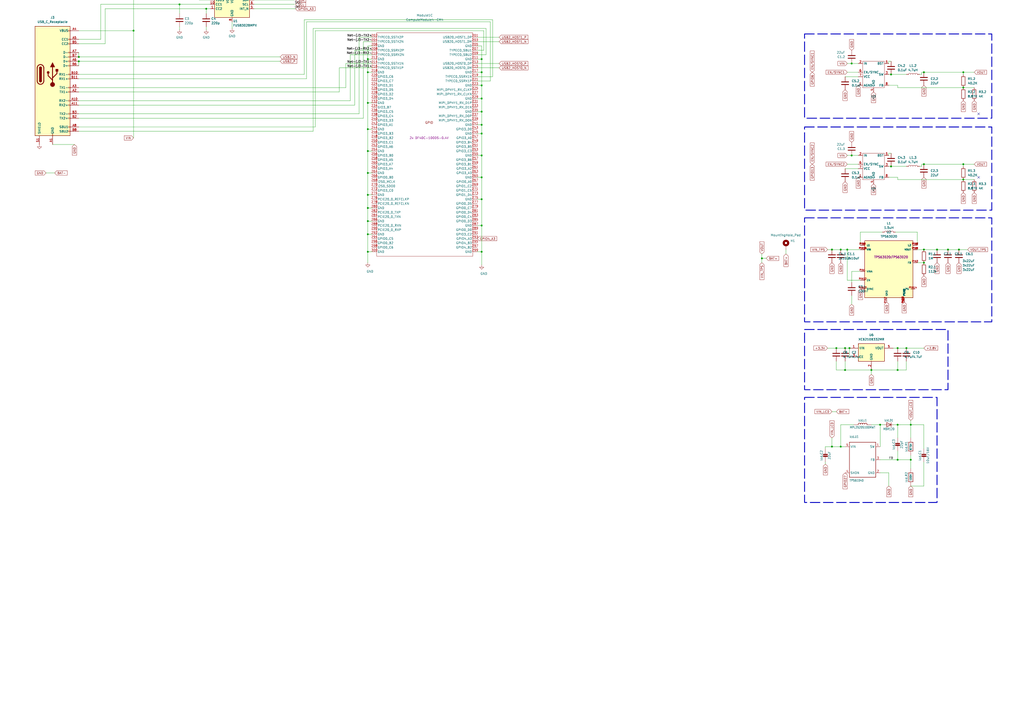
<source format=kicad_sch>
(kicad_sch (version 20231120) (generator "eeschema") (generator_version "8.0")
  (paper "A2")
  (title_block (title "Raspberry Pi Compute Module 4 Carrier Template") (date "2020-10-31") (rev "v01") (comment 2 "creativecommons.org/licenses/by-sa/4.0") (comment 3 "License: CC BY 4.0") (comment 4 "Author: Shawn Hymel"))
  (lib_symbols
    (symbol "Adafruit TPS61040 Boost Converter-eagle-import:CAP_CERAMIC0603_NO"
      (property "Reference" "C" (at -2.29 1.25 90))
      (symbol "CAP_CERAMIC0603_NO_1_0"
        (pin passive line (at 0 5.08 270) (length 2.54) (name "1") (number "1"))
        (pin passive line (at 0 -2.54 90) (length 2.54) (name "2") (number "2"))
      )
    )
    (symbol "Adafruit TPS61040 Boost Converter-eagle-import:CAP_CERAMIC0805-NOOUTLINE"
      (property "Reference" "C" (at -2.29 1.25 90))
      (symbol "CAP_CERAMIC0805-NOOUTLINE_1_0"
        (pin passive line (at 0 5.08 270) (length 2.54) (name "1") (number "1"))
        (pin passive line (at 0 -2.54 90) (length 2.54) (name "2") (number "2"))
      )
    )
    (symbol "Adafruit TPS61040 Boost Converter-eagle-import:DIODE_MINISOD123"
      (property "Reference" "D" (at 0 2.54 0))
      (symbol "DIODE_MINISOD123_1_0"
        (pin passive line (at -2.54 0 0) (length 2.54) (name "A") (number "A"))
        (pin passive line (at 2.54 0 180) (length 2.54) (name "C") (number "C"))
      )
    )
    (symbol "Adafruit TPS61040 Boost Converter-eagle-import:INDUCTOR"
      (property "Reference" "L" (at 0 2.54 0))
      (symbol "INDUCTOR_1_0"
        (pin passive line (at -5.08 0 0) (length 2.54) (name "1") (number "P$1"))
        (pin passive line (at 5.08 0 180) (length 2.54) (name "2") (number "P$2"))
      )
    )
    (symbol "Adafruit TPS61040 Boost Converter-eagle-import:RESISTOR_0603_NOOUT"
      (property "Reference" "R" (at 0 2.54 0))
      (symbol "RESISTOR_0603_NOOUT_1_0"
        (pin passive line (at -5.08 0 0) (length 2.54) (name "1") (number "1"))
        (pin passive line (at 5.08 0 180) (length 2.54) (name "2") (number "2"))
      )
    )
    (symbol "Adafruit TPS61040 Boost Converter-eagle-import:VREG_FAN5331"
      (property "Reference" "U" (at -7.62 12.7 0))
      (symbol "VREG_FAN5331_1_0"
        (pin bidirectional line (at 10.16 7.62 180) (length 2.54) (name "SW") (number "1"))
        (pin bidirectional line (at 10.16 -7.62 180) (length 2.54) (name "GND") (number "2"))
        (pin bidirectional line (at 10.16 0 180) (length 2.54) (name "FB") (number "3"))
        (pin bidirectional line (at -10.16 -7.62 0) (length 2.54) (name "SHDN") (number "4"))
        (pin bidirectional line (at -10.16 7.62 0) (length 2.54) (name "VIN") (number "5"))
      )
    )
    (symbol "CM4IO:ComputeModule4-CM4"
      (property "Reference" "Module1" (at -2.54 68.58 0))
      (property "Value" "ComputeModule4-CM4" (at -2.54 66.04 0))
      (property "MPN" "2x DF40C-100DS-0.4V" (at 0 -2.54 0))
      (symbol "ComputeModule4-CM4_1_0"
        (text "GPIO" (at 0 6.35 0) (effects (font (size 1.27 1.27))))
      )
      (symbol "ComputeModule4-CM4_1_1"
        (text "600mA Max" (at -8.89 -53.34 0) (effects (font (size 1.27 1.27))))
        (text "600mA Max" (at -8.89 -48.26 0) (effects (font (size 1.27 1.27))))
        (text "NB SD signals are only available" (at -1.27 -27.94 0) (effects (font (size 1.27 1.27))))
        (text "on modules without eMMC" (at -1.27 -30.48 0) (effects (font (size 1.27 1.27))))
        (pin power_in line (at 27.94 55.88 180) (length 2.54) (name "GND") (number "1"))
        (pin passive line (at -33.02 45.72 0) (length 2.54) (name "Ethernet_Pair0_N") (number "10"))
        (pin output line (at -33.02 -68.58 0) (length 2.54) (name "nEXTRST") (number "100"))
        (pin passive line (at 27.94 43.18 180) (length 2.54) (name "Ethernet_Pair2_P") (number "11"))
        (pin passive line (at -33.02 43.18 0) (length 2.54) (name "Ethernet_Pair0_P") (number "12"))
        (pin power_in line (at 27.94 40.64 180) (length 2.54) (name "GND") (number "13"))
        (pin power_in line (at -33.02 40.64 0) (length 2.54) (name "GND") (number "14"))
        (pin output line (at 27.94 38.1 180) (length 2.54) (name "Ethernet_nLED3(3.3v)") (number "15"))
        (pin input line (at -33.02 38.1 0) (length 2.54) (name "Ethernet_SYNC_IN(1.8v)") (number "16"))
        (pin output line (at 27.94 35.56 180) (length 2.54) (name "Ethernet_nLED2(3.3v)") (number "17"))
        (pin input line (at -33.02 35.56 0) (length 2.54) (name "Ethernet_SYNC_OUT(1.8v)") (number "18"))
        (pin output line (at 27.94 33.02 180) (length 2.54) (name "Ethernet_nLED1(3.3v)") (number "19"))
        (pin power_in line (at -33.02 55.88 0) (length 2.54) (name "GND") (number "2"))
        (pin passive line (at -33.02 33.02 0) (length 2.54) (name "EEPROM_nWP") (number "20"))
        (pin open_collector line (at 27.94 30.48 180) (length 2.54) (name "PI_nLED_Activity") (number "21"))
        (pin power_in line (at -33.02 30.48 0) (length 2.54) (name "GND") (number "22"))
        (pin power_in line (at 27.94 27.94 180) (length 2.54) (name "GND") (number "23"))
        (pin passive line (at -33.02 27.94 0) (length 2.54) (name "GPIO26") (number "24"))
        (pin passive line (at 27.94 25.4 180) (length 2.54) (name "GPIO21") (number "25"))
        (pin passive line (at -33.02 25.4 0) (length 2.54) (name "GPIO19") (number "26"))
        (pin passive line (at 27.94 22.86 180) (length 2.54) (name "GPIO20") (number "27"))
        (pin passive line (at -33.02 22.86 0) (length 2.54) (name "GPIO13") (number "28"))
        (pin passive line (at 27.94 20.32 180) (length 2.54) (name "GPIO16") (number "29"))
        (pin passive line (at 27.94 53.34 180) (length 2.54) (name "Ethernet_Pair3_P") (number "3"))
        (pin passive line (at -33.02 20.32 0) (length 2.54) (name "GPIO6") (number "30"))
        (pin passive line (at 27.94 17.78 180) (length 2.54) (name "GPIO12") (number "31"))
        (pin power_in line (at -33.02 17.78 0) (length 2.54) (name "GND") (number "32"))
        (pin power_in line (at 27.94 15.24 180) (length 2.54) (name "GND") (number "33"))
        (pin passive line (at -33.02 15.24 0) (length 2.54) (name "GPIO5") (number "34"))
        (pin passive line (at 27.94 12.7 180) (length 2.54) (name "ID_SC") (number "35"))
        (pin passive line (at -33.02 12.7 0) (length 2.54) (name "ID_SD") (number "36"))
        (pin passive line (at 27.94 10.16 180) (length 2.54) (name "GPIO7") (number "37"))
        (pin passive line (at -33.02 10.16 0) (length 2.54) (name "GPIO11") (number "38"))
        (pin passive line (at 27.94 7.62 180) (length 2.54) (name "GPIO8") (number "39"))
        (pin passive line (at -33.02 53.34 0) (length 2.54) (name "Ethernet_Pair1_P") (number "4"))
        (pin passive line (at -33.02 7.62 0) (length 2.54) (name "GPIO9") (number "40"))
        (pin passive line (at 27.94 5.08 180) (length 2.54) (name "GPIO25") (number "41"))
        (pin power_in line (at -33.02 5.08 0) (length 2.54) (name "GND") (number "42"))
        (pin power_in line (at 27.94 2.54 180) (length 2.54) (name "GND") (number "43"))
        (pin passive line (at -33.02 2.54 0) (length 2.54) (name "GPIO10") (number "44"))
        (pin passive line (at 27.94 0 180) (length 2.54) (name "GPIO24") (number "45"))
        (pin passive line (at -33.02 0 0) (length 2.54) (name "GPIO22") (number "46"))
        (pin passive line (at 27.94 -2.54 180) (length 2.54) (name "GPIO23") (number "47"))
        (pin passive line (at -33.02 -2.54 0) (length 2.54) (name "GPIO27") (number "48"))
        (pin passive line (at 27.94 -5.08 180) (length 2.54) (name "GPIO18") (number "49"))
        (pin passive line (at 27.94 50.8 180) (length 2.54) (name "Ethernet_Pair3_N") (number "5"))
        (pin passive line (at -33.02 -5.08 0) (length 2.54) (name "GPIO17") (number "50"))
        (pin passive line (at 27.94 -7.62 180) (length 2.54) (name "GPIO15") (number "51"))
        (pin power_in line (at -33.02 -7.62 0) (length 2.54) (name "GND") (number "52"))
        (pin power_in line (at 27.94 -10.16 180) (length 2.54) (name "GND") (number "53"))
        (pin passive line (at -33.02 -10.16 0) (length 2.54) (name "GPIO4") (number "54"))
        (pin passive line (at 27.94 -12.7 180) (length 2.54) (name "GPIO14") (number "55"))
        (pin passive line (at -33.02 -12.7 0) (length 2.54) (name "GPIO3") (number "56"))
        (pin passive line (at 27.94 -15.24 180) (length 2.54) (name "SD_CLK") (number "57"))
        (pin passive line (at -33.02 -15.24 0) (length 2.54) (name "GPIO2") (number "58"))
        (pin power_in line (at 27.94 -17.78 180) (length 2.54) (name "GND") (number "59"))
        (pin passive line (at -33.02 50.8 0) (length 2.54) (name "Ethernet_Pair1_N") (number "6"))
        (pin power_in line (at -33.02 -17.78 0) (length 2.54) (name "GND") (number "60"))
        (pin passive line (at 27.94 -20.32 180) (length 2.54) (name "SD_DAT3") (number "61"))
        (pin passive line (at -33.02 -20.32 0) (length 2.54) (name "SD_CMD") (number "62"))
        (pin passive line (at 27.94 -22.86 180) (length 2.54) (name "SD_DAT0") (number "63"))
        (pin passive line (at -33.02 -22.86 0) (length 2.54) (name "SD_DAT5") (number "64"))
        (pin power_in line (at 27.94 -25.4 180) (length 2.54) (name "GND") (number "65"))
        (pin power_in line (at -33.02 -25.4 0) (length 2.54) (name "GND") (number "66"))
        (pin passive line (at 27.94 -27.94 180) (length 2.54) (name "SD_DAT1") (number "67"))
        (pin passive line (at -33.02 -27.94 0) (length 2.54) (name "SD_DAT4") (number "68"))
        (pin passive line (at 27.94 -30.48 180) (length 2.54) (name "SD_DAT2") (number "69"))
        (pin power_in line (at 27.94 48.26 180) (length 2.54) (name "GND") (number "7"))
        (pin passive line (at -33.02 -30.48 0) (length 2.54) (name "SD_DAT7") (number "70"))
        (pin power_in line (at 27.94 -33.02 180) (length 2.54) (name "GND") (number "71"))
        (pin passive line (at -33.02 -33.02 0) (length 2.54) (name "SD_DAT6") (number "72"))
        (pin input line (at 27.94 -35.56 180) (length 2.54) (name "SD_VDD_Override") (number "73"))
        (pin power_in line (at -33.02 -35.56 0) (length 2.54) (name "GND") (number "74"))
        (pin output line (at 27.94 -38.1 180) (length 2.54) (name "SD_PWR_ON") (number "75"))
        (pin passive line (at -33.02 -38.1 0) (length 2.54) (name "Reserved") (number "76"))
        (pin power_in line (at 27.94 -40.64 180) (length 2.54) (name "+5v_(Input)") (number "77"))
        (pin power_in line (at -33.02 -40.64 0) (length 2.54) (name "GPIO_VREF(1.8v/3.3v_Input)") (number "78"))
        (pin power_in line (at 27.94 -43.18 180) (length 2.54) (name "+5v_(Input)") (number "79"))
        (pin power_in line (at -33.02 48.26 0) (length 2.54) (name "GND") (number "8"))
        (pin passive line (at -33.02 -43.18 0) (length 2.54) (name "SCL0") (number "80"))
        (pin power_in line (at 27.94 -45.72 180) (length 2.54) (name "+5v_(Input)") (number "81"))
        (pin passive line (at -33.02 -45.72 0) (length 2.54) (name "SDA0") (number "82"))
        (pin power_in line (at 27.94 -48.26 180) (length 2.54) (name "+5v_(Input)") (number "83"))
        (pin power_out line (at -33.02 -48.26 0) (length 2.54) (name "+3.3v_(Output)") (number "84"))
        (pin power_in line (at 27.94 -50.8 180) (length 2.54) (name "+5v_(Input)") (number "85"))
        (pin power_out line (at -33.02 -50.8 0) (length 2.54) (name "+3.3v_(Output)") (number "86"))
        (pin power_in line (at 27.94 -53.34 180) (length 2.54) (name "+5v_(Input)") (number "87"))
        (pin power_out line (at -33.02 -53.34 0) (length 2.54) (name "+1.8v_(Output)") (number "88"))
        (pin power_in line (at 27.94 -55.88 180) (length 2.54) (name "WiFi_nDisable") (number "89"))
        (pin passive line (at 27.94 45.72 180) (length 2.54) (name "Ethernet_Pair2_N") (number "9"))
        (pin power_out line (at -33.02 -55.88 0) (length 2.54) (name "+1.8v_(Output)") (number "90"))
        (pin power_in line (at 27.94 -58.42 180) (length 2.54) (name "BT_nDisable") (number "91"))
        (pin passive line (at -33.02 -58.42 0) (length 2.54) (name "RUN_PG") (number "92"))
        (pin input line (at 27.94 -60.96 180) (length 2.54) (name "nRPIBOOT") (number "93"))
        (pin passive line (at -33.02 -60.96 0) (length 2.54) (name "AnalogIP0") (number "94"))
        (pin output line (at 27.94 -63.5 180) (length 2.54) (name "nPI_LED_PWR") (number "95"))
        (pin passive line (at -33.02 -63.5 0) (length 2.54) (name "AnalogIP1") (number "96"))
        (pin passive line (at 27.94 -66.04 180) (length 2.54) (name "Camera_GPIO") (number "97"))
        (pin power_in line (at -33.02 -66.04 0) (length 2.54) (name "GND") (number "98"))
        (pin input line (at 27.94 -68.58 180) (length 2.54) (name "Global_EN") (number "99"))
      )
      (symbol "ComputeModule4-CM4_2_1"
        (text "High Speed Serial" (at 140.97 0 0) (effects (font (size 1.27 1.27))))
        (pin input line (at 170.18 60.96 180) (length 5.08) (name "USB_OTG_ID") (number "101"))
        (pin input line (at 109.22 60.96 0) (length 5.08) (name "PCIe_CLK_nREQ") (number "102"))
        (pin passive line (at 170.18 58.42 180) (length 5.08) (name "USB2_N") (number "103"))
        (pin passive line (at 109.22 58.42 0) (length 5.08) (name "Reserved") (number "104"))
        (pin passive line (at 170.18 55.88 180) (length 5.08) (name "USB2_P") (number "105"))
        (pin passive line (at 109.22 55.88 0) (length 5.08) (name "Reserved") (number "106"))
        (pin power_in line (at 170.18 53.34 180) (length 5.08) (name "GND") (number "107"))
        (pin power_in line (at 109.22 53.34 0) (length 5.08) (name "GND") (number "108"))
        (pin bidirectional line (at 170.18 50.8 180) (length 5.08) (name "PCIe_nRST") (number "109"))
        (pin output line (at 109.22 50.8 0) (length 5.08) (name "PCIe_CLK_P") (number "110"))
        (pin passive line (at 170.18 48.26 180) (length 5.08) (name "VDAC_COMP") (number "111"))
        (pin output line (at 109.22 48.26 0) (length 5.08) (name "PCIe_CLK_N") (number "112"))
        (pin power_in line (at 170.18 45.72 180) (length 5.08) (name "GND") (number "113"))
        (pin power_in line (at 109.22 45.72 0) (length 5.08) (name "GND") (number "114"))
        (pin input line (at 170.18 43.18 180) (length 5.08) (name "CAM1_D0_N") (number "115"))
        (pin input line (at 109.22 43.18 0) (length 5.08) (name "PCIe_RX_P") (number "116"))
        (pin input line (at 170.18 40.64 180) (length 5.08) (name "CAM1_D0_P") (number "117"))
        (pin input line (at 109.22 40.64 0) (length 5.08) (name "PCIe_RX_N") (number "118"))
        (pin power_in line (at 170.18 38.1 180) (length 5.08) (name "GND") (number "119"))
        (pin power_in line (at 109.22 38.1 0) (length 5.08) (name "GND") (number "120"))
        (pin input line (at 170.18 35.56 180) (length 5.08) (name "CAM1_D1_N") (number "121"))
        (pin output line (at 109.22 35.56 0) (length 5.08) (name "PCIe_TX_P") (number "122"))
        (pin input line (at 170.18 33.02 180) (length 5.08) (name "CAM1_D1_P") (number "123"))
        (pin output line (at 109.22 33.02 0) (length 5.08) (name "PCIe_TX_N") (number "124"))
        (pin power_in line (at 170.18 30.48 180) (length 5.08) (name "GND") (number "125"))
        (pin power_in line (at 109.22 30.48 0) (length 5.08) (name "GND") (number "126"))
        (pin input line (at 170.18 27.94 180) (length 5.08) (name "CAM1_C_N") (number "127"))
        (pin input line (at 109.22 27.94 0) (length 5.08) (name "CAM0_D0_N") (number "128"))
        (pin input line (at 170.18 25.4 180) (length 5.08) (name "CAM1_C_P") (number "129"))
        (pin input line (at 109.22 25.4 0) (length 5.08) (name "CAM0_D0_P") (number "130"))
        (pin power_in line (at 170.18 22.86 180) (length 5.08) (name "GND") (number "131"))
        (pin power_in line (at 109.22 22.86 0) (length 5.08) (name "GND") (number "132"))
        (pin input line (at 170.18 20.32 180) (length 5.08) (name "CAM1_D2_N") (number "133"))
        (pin input line (at 109.22 20.32 0) (length 5.08) (name "CAM0_D1_N") (number "134"))
        (pin input line (at 170.18 17.78 180) (length 5.08) (name "CAM1_D2_P") (number "135"))
        (pin input line (at 109.22 17.78 0) (length 5.08) (name "CAM0_D1_P") (number "136"))
        (pin power_in line (at 170.18 15.24 180) (length 5.08) (name "GND") (number "137"))
        (pin power_in line (at 109.22 15.24 0) (length 5.08) (name "GND") (number "138"))
        (pin input line (at 170.18 12.7 180) (length 5.08) (name "CAM1_D3_N") (number "139"))
        (pin input line (at 109.22 12.7 0) (length 5.08) (name "CAM0_C_N") (number "140"))
        (pin input line (at 170.18 10.16 180) (length 5.08) (name "CAM1_D3_P") (number "141"))
        (pin input line (at 109.22 10.16 0) (length 5.08) (name "CAM0_C_P") (number "142"))
        (pin input line (at 170.18 7.62 180) (length 5.08) (name "HDMI1_HOTPLUG") (number "143"))
        (pin power_in line (at 109.22 7.62 0) (length 5.08) (name "GND") (number "144"))
        (pin bidirectional line (at 170.18 5.08 180) (length 5.08) (name "HDMI1_SDA") (number "145"))
        (pin output line (at 109.22 5.08 0) (length 5.08) (name "HDMI1_TX2_P") (number "146"))
        (pin open_collector line (at 170.18 2.54 180) (length 5.08) (name "HDMI1_SCL") (number "147"))
        (pin output line (at 109.22 2.54 0) (length 5.08) (name "HDMI1_TX2_N") (number "148"))
        (pin open_collector line (at 170.18 0 180) (length 5.08) (name "HDMI1_CEC") (number "149"))
        (pin power_in line (at 109.22 0 0) (length 5.08) (name "GND") (number "150"))
        (pin open_collector line (at 170.18 -2.54 180) (length 5.08) (name "HDMI0_CEC") (number "151"))
        (pin output line (at 109.22 -2.54 0) (length 5.08) (name "HDMI1_TX1_P") (number "152"))
        (pin input line (at 170.18 -5.08 180) (length 5.08) (name "HDMI0_HOTPLUG") (number "153"))
        (pin output line (at 109.22 -5.08 0) (length 5.08) (name "HDMI1_TX1_N") (number "154"))
        (pin power_in line (at 170.18 -7.62 180) (length 5.08) (name "GND") (number "155"))
        (pin power_in line (at 109.22 -7.62 0) (length 5.08) (name "GND") (number "156"))
        (pin output line (at 170.18 -10.16 180) (length 5.08) (name "DSI0_D0_N") (number "157"))
        (pin output line (at 109.22 -10.16 0) (length 5.08) (name "HDMI1_TX0_P") (number "158"))
        (pin output line (at 170.18 -12.7 180) (length 5.08) (name "DSI0_D0_P") (number "159"))
        (pin output line (at 109.22 -12.7 0) (length 5.08) (name "HDMI1_TX0_N") (number "160"))
        (pin power_in line (at 170.18 -15.24 180) (length 5.08) (name "GND") (number "161"))
        (pin power_in line (at 109.22 -15.24 0) (length 5.08) (name "GND") (number "162"))
        (pin output line (at 170.18 -17.78 180) (length 5.08) (name "DSI0_D1_N") (number "163"))
        (pin output line (at 109.22 -17.78 0) (length 5.08) (name "HDMI1_CLK_P") (number "164"))
        (pin output line (at 170.18 -20.32 180) (length 5.08) (name "DSI0_D1_P") (number "165"))
        (pin output line (at 109.22 -20.32 0) (length 5.08) (name "HDMI1_CLK_N") (number "166"))
        (pin power_in line (at 170.18 -22.86 180) (length 5.08) (name "GND") (number "167"))
        (pin power_in line (at 109.22 -22.86 0) (length 5.08) (name "GND") (number "168"))
        (pin output line (at 170.18 -25.4 180) (length 5.08) (name "DSI0_C_N") (number "169"))
        (pin output line (at 109.22 -25.4 0) (length 5.08) (name "HDMI0_TX2_P") (number "170"))
        (pin output line (at 170.18 -27.94 180) (length 5.08) (name "DSI0_C_P") (number "171"))
        (pin output line (at 109.22 -27.94 0) (length 5.08) (name "HDMI0_TX2_N") (number "172"))
        (pin power_in line (at 170.18 -30.48 180) (length 5.08) (name "GND") (number "173"))
        (pin power_in line (at 109.22 -30.48 0) (length 5.08) (name "GND") (number "174"))
        (pin output line (at 170.18 -33.02 180) (length 5.08) (name "DSI1_D0_N") (number "175"))
        (pin output line (at 109.22 -33.02 0) (length 5.08) (name "HDMI0_TX1_P") (number "176"))
        (pin output line (at 170.18 -35.56 180) (length 5.08) (name "DSI1_D0_P") (number "177"))
        (pin output line (at 109.22 -35.56 0) (length 5.08) (name "HDMI0_TX1_N") (number "178"))
        (pin power_in line (at 170.18 -38.1 180) (length 5.08) (name "GND") (number "179"))
        (pin power_in line (at 109.22 -38.1 0) (length 5.08) (name "GND") (number "180"))
        (pin output line (at 170.18 -40.64 180) (length 5.08) (name "DSI1_D1_N") (number "181"))
        (pin output line (at 109.22 -40.64 0) (length 5.08) (name "HDMI0_TX0_P") (number "182"))
        (pin output line (at 170.18 -43.18 180) (length 5.08) (name "DSI1_D1_P") (number "183"))
        (pin output line (at 109.22 -43.18 0) (length 5.08) (name "HDMI0_TX0_N") (number "184"))
        (pin power_in line (at 170.18 -45.72 180) (length 5.08) (name "GND") (number "185"))
        (pin power_in line (at 109.22 -45.72 0) (length 5.08) (name "GND") (number "186"))
        (pin output line (at 170.18 -48.26 180) (length 5.08) (name "DSI1_C_N") (number "187"))
        (pin output line (at 109.22 -48.26 0) (length 5.08) (name "HDMI0_CLK_P") (number "188"))
        (pin output line (at 170.18 -50.8 180) (length 5.08) (name "DSI1_C_P") (number "189"))
        (pin output line (at 109.22 -50.8 0) (length 5.08) (name "HDMI0_CLK_N") (number "190"))
        (pin power_in line (at 170.18 -53.34 180) (length 5.08) (name "GND") (number "191"))
        (pin power_in line (at 109.22 -53.34 0) (length 5.08) (name "GND") (number "192"))
        (pin output line (at 170.18 -55.88 180) (length 5.08) (name "DSI1_D2_N") (number "193"))
        (pin output line (at 109.22 -55.88 0) (length 5.08) (name "DSI1_D3_N") (number "194"))
        (pin output line (at 170.18 -58.42 180) (length 5.08) (name "DSI1_D2_P") (number "195"))
        (pin output line (at 109.22 -58.42 0) (length 5.08) (name "DSI1_D3_P") (number "196"))
        (pin power_in line (at 170.18 -60.96 180) (length 5.08) (name "GND") (number "197"))
        (pin power_in line (at 109.22 -60.96 0) (length 5.08) (name "GND") (number "198"))
        (pin bidirectional line (at 170.18 -63.5 180) (length 5.08) (name "HDMI0_SDA") (number "199"))
        (pin open_collector line (at 109.22 -63.5 0) (length 5.08) (name "HDMI0_SCL") (number "200"))
      )
      (symbol "ComputeModule4-CM4_3_0"
        (text "GPIO" (at 0 6.35 0) (effects (font (size 1.27 1.27))))
      )
      (symbol "ComputeModule4-CM4_3_1"
        (pin passive line (at 27.94 55.88 180) (length 2.54) (name "USB20_HOST1_DP") (number "201"))
        (pin passive line (at -33.02 55.88 0) (length 2.54) (name "TYPEC0_SSTX2P") (number "202"))
        (pin passive line (at 27.94 53.34 180) (length 2.54) (name "USB20_HOST1_DM") (number "203"))
        (pin passive line (at -33.02 53.34 0) (length 2.54) (name "TYPEC0_SSTX2N") (number "204"))
        (pin power_in line (at 27.94 50.8 180) (length 2.54) (name "GND") (number "205"))
        (pin power_in line (at -33.02 50.8 0) (length 2.54) (name "GND") (number "206"))
        (pin passive line (at 27.94 48.26 180) (length 2.54) (name "TYPEC0_SBU1") (number "207"))
        (pin passive line (at -33.02 48.26 0) (length 2.54) (name "TYPEC0_SSRX2P") (number "208"))
        (pin passive line (at 27.94 45.72 180) (length 2.54) (name "TYPEC0_SBU2") (number "209"))
        (pin passive line (at -33.02 45.72 0) (length 2.54) (name "TYPEC0_SSRX2N") (number "210"))
        (pin power_in line (at 27.94 43.18 180) (length 2.54) (name "GND") (number "211"))
        (pin power_in line (at -33.02 43.18 0) (length 2.54) (name "GND") (number "212"))
        (pin passive line (at 27.94 40.64 180) (length 2.54) (name "USB20_HOST0_DP") (number "213"))
        (pin passive line (at -33.02 40.64 0) (length 2.54) (name "TYPEC0_SSTX1N") (number "214"))
        (pin output line (at 27.94 38.1 180) (length 2.54) (name "USB20_HOST0_DM") (number "215"))
        (pin passive line (at -33.02 38.1 0) (length 2.54) (name "TYPEC0_SSTX1P") (number "216"))
        (pin power_in line (at 27.94 35.56 180) (length 2.54) (name "GND") (number "217"))
        (pin power_in line (at -33.02 35.56 0) (length 2.54) (name "GND") (number "218"))
        (pin output line (at 27.94 33.02 180) (length 2.54) (name "TYPEC0_SSRX1N") (number "219"))
        (pin passive line (at -33.02 33.02 0) (length 2.54) (name "GPIO3_C6") (number "220"))
        (pin passive line (at 27.94 30.48 180) (length 2.54) (name "TYPEC0_SSRX1P") (number "221"))
        (pin passive line (at -33.02 30.48 0) (length 2.54) (name "GPIO3_C7") (number "222"))
        (pin power_in line (at 27.94 27.94 180) (length 2.54) (name "GND") (number "223"))
        (pin passive line (at -33.02 27.94 0) (length 2.54) (name "GPIO3_D1") (number "224"))
        (pin passive line (at 27.94 25.4 180) (length 2.54) (name "MIPI_DPHY1_RX_CLKP") (number "225"))
        (pin passive line (at -33.02 25.4 0) (length 2.54) (name "GPIO3_D5") (number "226"))
        (pin passive line (at 27.94 22.86 180) (length 2.54) (name "MIPI_DPHY1_RX_CLKN") (number "227"))
        (pin passive line (at -33.02 22.86 0) (length 2.54) (name "GPIO3_D2") (number "228"))
        (pin passive line (at 27.94 20.32 180) (length 2.54) (name "GND") (number "229"))
        (pin passive line (at -33.02 20.32 0) (length 2.54) (name "GPIO3_D4") (number "230"))
        (pin power_in line (at 27.94 17.78 180) (length 2.54) (name "MIPI_DPHY1_RX_D1P") (number "231"))
        (pin power_in line (at -33.02 17.78 0) (length 2.54) (name "GND") (number "232"))
        (pin passive line (at 27.94 15.24 180) (length 2.54) (name "MIPI_DPHY1_RX_D1N") (number "233"))
        (pin passive line (at -33.02 15.24 0) (length 2.54) (name "GIO3_B7") (number "234"))
        (pin power_in line (at 27.94 12.7 180) (length 2.54) (name "GND") (number "235"))
        (pin passive line (at -33.02 12.7 0) (length 2.54) (name "GPIO3_C5") (number "236"))
        (pin passive line (at 27.94 10.16 180) (length 2.54) (name "MIPI_DPHY1_RX_D0P") (number "237"))
        (pin passive line (at -33.02 10.16 0) (length 2.54) (name "GPIO3_C4") (number "238"))
        (pin passive line (at 27.94 7.62 180) (length 2.54) (name "MIPI_DPHY1_RX_D0N") (number "239"))
        (pin passive line (at -33.02 7.62 0) (length 2.54) (name "GPIO3_D3") (number "240"))
        (pin passive line (at 27.94 5.08 180) (length 2.54) (name "GND") (number "241"))
        (pin passive line (at -33.02 5.08 0) (length 2.54) (name "GPIO3_A1") (number "242"))
        (pin passive line (at 27.94 2.54 180) (length 2.54) (name "GPIO3_D0") (number "243"))
        (pin power_in line (at -33.02 2.54 0) (length 2.54) (name "GND") (number "244"))
        (pin power_in line (at 27.94 0 180) (length 2.54) (name "GND") (number "245"))
        (pin passive line (at -33.02 0 0) (length 2.54) (name "GPIO3_B3") (number "246"))
        (pin passive line (at 27.94 -2.54 180) (length 2.54) (name "GPIO3_A0") (number "247"))
        (pin passive line (at -33.02 -2.54 0) (length 2.54) (name "GPIO3_B2") (number "248"))
        (pin passive line (at 27.94 -5.08 180) (length 2.54) (name "GPIO3_B4") (number "249"))
        (pin passive line (at -33.02 -5.08 0) (length 2.54) (name "GPIO3_C1") (number "250"))
        (pin passive line (at 27.94 -7.62 180) (length 2.54) (name "GPIO3_B5") (number "251"))
        (pin passive line (at -33.02 -7.62 0) (length 2.54) (name "GPIO3_A6") (number "252"))
        (pin passive line (at 27.94 -10.16 180) (length 2.54) (name "GPIO3_C3") (number "253"))
        (pin power_in line (at -33.02 -10.16 0) (length 2.54) (name "GND") (number "254"))
        (pin power_in line (at 27.94 -12.7 180) (length 2.54) (name "GND") (number "255"))
        (pin passive line (at -33.02 -12.7 0) (length 2.54) (name "GPIO3_B0") (number "256"))
        (pin passive line (at 27.94 -15.24 180) (length 2.54) (name "GPIO3_B6") (number "257"))
        (pin passive line (at -33.02 -15.24 0) (length 2.54) (name "GPIO3_A5") (number "258"))
        (pin passive line (at 27.94 -17.78 180) (length 2.54) (name "GPIO3_B1") (number "259"))
        (pin passive line (at -33.02 -17.78 0) (length 2.54) (name "GPIO3_A7") (number "260"))
        (pin passive line (at 27.94 -20.32 180) (length 2.54) (name "GPIO3_A2") (number "261"))
        (pin passive line (at -33.02 -20.32 0) (length 2.54) (name "GPIO3_A4") (number "262"))
        (pin passive line (at 27.94 -22.86 180) (length 2.54) (name "GPIO3_A3") (number "263"))
        (pin power_in line (at -33.02 -22.86 0) (length 2.54) (name "GND") (number "264"))
        (pin power_in line (at 27.94 -25.4 180) (length 2.54) (name "GND") (number "265"))
        (pin passive line (at -33.02 -25.4 0) (length 2.54) (name "GPIO0_B0") (number "266"))
        (pin passive line (at 27.94 -27.94 180) (length 2.54) (name "GPIO0_A0") (number "267"))
        (pin passive line (at -33.02 -27.94 0) (length 2.54) (name "I2S0_MCLK") (number "268"))
        (pin passive line (at 27.94 -30.48 180) (length 2.54) (name "GPIO1_C2") (number "269"))
        (pin passive line (at -33.02 -30.48 0) (length 2.54) (name "I2S0_SDO0") (number "270"))
        (pin passive line (at 27.94 -33.02 180) (length 2.54) (name "GPIO1_C5") (number "271"))
        (pin passive line (at -33.02 -33.02 0) (length 2.54) (name "GPIO3_C0") (number "272"))
        (pin passive line (at 27.94 -35.56 180) (length 2.54) (name "GPIO1_D4") (number "273"))
        (pin power_in line (at -33.02 -35.56 0) (length 2.54) (name "GND") (number "274"))
        (pin power_in line (at 27.94 -38.1 180) (length 2.54) (name "GND") (number "275"))
        (pin passive line (at -33.02 -38.1 0) (length 2.54) (name "PCIE20_0_REFCLKP") (number "276"))
        (pin passive line (at 27.94 -40.64 180) (length 2.54) (name "GPIO0_D5") (number "277"))
        (pin passive line (at -33.02 -40.64 0) (length 2.54) (name "PCIE20_0_REFCLKN") (number "278"))
        (pin passive line (at 27.94 -43.18 180) (length 2.54) (name "GPIO0_C7") (number "279"))
        (pin power_in line (at -33.02 -43.18 0) (length 2.54) (name "GND") (number "280"))
        (pin passive line (at 27.94 -45.72 180) (length 2.54) (name "GPIO0_D4") (number "281"))
        (pin passive line (at -33.02 -45.72 0) (length 2.54) (name "PCIE20_0_TXP") (number "282"))
        (pin passive line (at 27.94 -48.26 180) (length 2.54) (name "GPIO0_C4") (number "283"))
        (pin passive line (at -33.02 -48.26 0) (length 2.54) (name "PCIE20_0_TXN") (number "284"))
        (pin passive line (at 27.94 -50.8 180) (length 2.54) (name "GPIO0_D3") (number "285"))
        (pin power_in line (at -33.02 -50.8 0) (length 2.54) (name "GND") (number "286"))
        (pin power_in line (at 27.94 -53.34 180) (length 2.54) (name "GND") (number "287"))
        (pin passive line (at -33.02 -53.34 0) (length 2.54) (name "PCIE20_0_RXN") (number "288"))
        (pin passive line (at 27.94 -55.88 180) (length 2.54) (name "GPIO0_D0") (number "289"))
        (pin passive line (at -33.02 -55.88 0) (length 2.54) (name "PCIE20_0_RXP") (number "290"))
        (pin passive line (at 27.94 -58.42 180) (length 2.54) (name "GPIO3_C2") (number "291"))
        (pin power_in line (at -33.02 -58.42 0) (length 2.54) (name "GND") (number "292"))
        (pin passive line (at 27.94 -60.96 180) (length 2.54) (name "GPIO4_A3") (number "293"))
        (pin passive line (at -33.02 -60.96 0) (length 2.54) (name "GPIO0_C5") (number "294"))
        (pin passive line (at 27.94 -63.5 180) (length 2.54) (name "GPIO4_B3") (number "295"))
        (pin passive line (at -33.02 -63.5 0) (length 2.54) (name "GPIO0_B2") (number "296"))
        (pin passive line (at 27.94 -66.04 180) (length 2.54) (name "GPIO4_B2") (number "297"))
        (pin passive line (at -33.02 -66.04 0) (length 2.54) (name "GPIO0_C6") (number "298"))
        (pin power_in line (at 27.94 -68.58 180) (length 2.54) (name "GND") (number "299"))
        (pin power_in line (at -33.02 -68.58 0) (length 2.54) (name "GND") (number "300"))
      )
    )
    (symbol "Connector:Conn_01x02_Pin" (pin_names (offset 1.016) hide)
      (property "Reference" "J" (at 0 2.54 0))
      (property "Value" "Conn_01x02_Pin" (at 0 -5.08 0))
      (symbol "Conn_01x02_Pin_1_1"
        (pin passive line (at 5.08 0 180) (length 3.81) (name "Pin_1") (number "1"))
        (pin passive line (at 5.08 -2.54 180) (length 3.81) (name "Pin_2") (number "2"))
      )
    )
    (symbol "Connector:Conn_01x04_Pin" (pin_names (offset 1.016) hide)
      (property "Reference" "J" (at 0 5.08 0))
      (property "Value" "Conn_01x04_Pin" (at 0 -7.62 0))
      (symbol "Conn_01x04_Pin_1_1"
        (pin passive line (at 5.08 2.54 180) (length 3.81) (name "Pin_1") (number "1"))
        (pin passive line (at 5.08 0 180) (length 3.81) (name "Pin_2") (number "2"))
        (pin passive line (at 5.08 -2.54 180) (length 3.81) (name "Pin_3") (number "3"))
        (pin passive line (at 5.08 -5.08 180) (length 3.81) (name "Pin_4") (number "4"))
      )
    )
    (symbol "Connector:USB_C_Receptacle" (pin_names (offset 1.016))
      (property "Reference" "J" (at -10.16 29.21 0))
      (property "Value" "USB_C_Receptacle" (at 10.16 29.21 0))
      (symbol "USB_C_Receptacle_1_1"
        (pin passive line (at 0 -40.64 90) (length 5.08) (name "GND") (number "A1"))
        (pin bidirectional line (at 15.24 -15.24 180) (length 5.08) (name "RX2-") (number "A10"))
        (pin bidirectional line (at 15.24 -17.78 180) (length 5.08) (name "RX2+") (number "A11"))
        (pin passive line (at 0 -40.64 90) (length 5.08) hide (name "GND") (number "A12"))
        (pin bidirectional line (at 15.24 -10.16 180) (length 5.08) (name "TX1+") (number "A2"))
        (pin bidirectional line (at 15.24 -7.62 180) (length 5.08) (name "TX1-") (number "A3"))
        (pin passive line (at 15.24 25.4 180) (length 5.08) (name "VBUS") (number "A4"))
        (pin bidirectional line (at 15.24 20.32 180) (length 5.08) (name "CC1") (number "A5"))
        (pin bidirectional line (at 15.24 7.62 180) (length 5.08) (name "D+") (number "A6"))
        (pin bidirectional line (at 15.24 12.7 180) (length 5.08) (name "D-") (number "A7"))
        (pin bidirectional line (at 15.24 -30.48 180) (length 5.08) (name "SBU1") (number "A8"))
        (pin passive line (at 15.24 25.4 180) (length 5.08) hide (name "VBUS") (number "A9"))
        (pin passive line (at 0 -40.64 90) (length 5.08) hide (name "GND") (number "B1"))
        (pin bidirectional line (at 15.24 0 180) (length 5.08) (name "RX1-") (number "B10"))
        (pin bidirectional line (at 15.24 -2.54 180) (length 5.08) (name "RX1+") (number "B11"))
        (pin passive line (at 0 -40.64 90) (length 5.08) hide (name "GND") (number "B12"))
        (pin bidirectional line (at 15.24 -25.4 180) (length 5.08) (name "TX2+") (number "B2"))
        (pin bidirectional line (at 15.24 -22.86 180) (length 5.08) (name "TX2-") (number "B3"))
        (pin passive line (at 15.24 25.4 180) (length 5.08) hide (name "VBUS") (number "B4"))
        (pin bidirectional line (at 15.24 17.78 180) (length 5.08) (name "CC2") (number "B5"))
        (pin bidirectional line (at 15.24 5.08 180) (length 5.08) (name "D+") (number "B6"))
        (pin bidirectional line (at 15.24 10.16 180) (length 5.08) (name "D-") (number "B7"))
        (pin bidirectional line (at 15.24 -33.02 180) (length 5.08) (name "SBU2") (number "B8"))
        (pin passive line (at 15.24 25.4 180) (length 5.08) hide (name "VBUS") (number "B9"))
        (pin passive line (at -7.62 -40.64 90) (length 5.08) (name "SHIELD") (number "S1"))
      )
    )
    (symbol "Device:C" (pin_numbers hide) (pin_names (offset 0.254))
      (property "Reference" "C" (at 0.635 2.54 0))
      (property "Value" "C" (at 0.635 -2.54 0))
      (symbol "C_1_1"
        (pin passive line (at 0 3.81 270) (length 2.794) (name "~") (number "1"))
        (pin passive line (at 0 -3.81 90) (length 2.794) (name "~") (number "2"))
      )
    )
    (symbol "Device:L" (pin_numbers hide) (pin_names (offset 1.016) hide)
      (property "Reference" "L" (at -1.27 0 90))
      (property "Value" "L" (at 1.905 0 90))
      (symbol "L_1_1"
        (pin passive line (at 0 3.81 270) (length 1.27) (name "1") (number "1"))
        (pin passive line (at 0 -3.81 90) (length 1.27) (name "2") (number "2"))
      )
    )
    (symbol "Device:R" (pin_numbers hide) (pin_names (offset 0))
      (property "Reference" "R" (at 2.032 0 90))
      (property "Value" "R" (at 0 0 90))
      (symbol "R_1_1"
        (pin passive line (at 0 3.81 270) (length 1.27) (name "~") (number "1"))
        (pin passive line (at 0 -3.81 90) (length 1.27) (name "~") (number "2"))
      )
    )
    (symbol "Interface_USB:FUSB302BMPX"
      (property "Reference" "U" (at -10.16 8.89 0))
      (property "Value" "FUSB302BMPX" (at 3.81 8.89 0))
      (symbol "FUSB302BMPX_1_1"
        (pin bidirectional line (at 12.7 -2.54 180) (length 2.54) (name "CC2") (number "1"))
        (pin bidirectional line (at 12.7 0 180) (length 2.54) (name "CC1") (number "10"))
        (pin bidirectional line (at 12.7 0 180) (length 2.54) hide (name "CC1") (number "11"))
        (pin power_in line (at 0 10.16 270) (length 2.54) (name "VCONN") (number "12"))
        (pin power_in line (at 2.54 10.16 270) (length 2.54) (name "VCONN") (number "13"))
        (pin bidirectional line (at 12.7 -2.54 180) (length 2.54) hide (name "CC2") (number "14"))
        (pin passive line (at 0 -10.16 90) (length 2.54) hide (name "GND") (number "15"))
        (pin input line (at 12.7 2.54 180) (length 2.54) (name "VBUS") (number "2"))
        (pin power_in line (at -2.54 10.16 270) (length 2.54) (name "VDD") (number "3"))
        (pin passive line (at -2.54 10.16 270) (length 2.54) hide (name "VDD") (number "4"))
        (pin open_collector line (at -12.7 -2.54 0) (length 2.54) (name "INT_N") (number "5"))
        (pin input line (at -12.7 0 0) (length 2.54) (name "SCL") (number "6"))
        (pin bidirectional line (at -12.7 2.54 0) (length 2.54) (name "SDA") (number "7"))
        (pin power_in line (at 0 -10.16 90) (length 2.54) (name "GND") (number "8"))
        (pin passive line (at 0 -10.16 90) (length 2.54) hide (name "GND") (number "9"))
      )
    )
    (symbol "Mechanical:MountingHole_Pad" (pin_numbers hide) (pin_names (offset 1.016) hide) (exclude_from_sim yes) (in_bom no)
      (property "Reference" "H" (at 0 6.35 0))
      (property "Value" "MountingHole_Pad" (at 0 4.445 0))
      (symbol "MountingHole_Pad_1_1"
        (pin input line (at 0 -2.54 90) (length 2.54) (name "1") (number "1"))
      )
    )
    (symbol "Regulator_Linear:XC6210B332MR"
      (property "Reference" "U" (at 0 8.89 0))
      (property "Value" "XC6210B332MR" (at 0 6.35 0))
      (symbol "XC6210B332MR_1_1"
        (pin power_in line (at -12.7 2.54 0) (length 5.08) (name "VIN") (number "1"))
        (pin power_in line (at 0 -10.16 90) (length 5.08) (name "GND") (number "2"))
        (pin input line (at -12.7 -2.54 0) (length 5.08) (name "CE") (number "3"))
        (pin no_connect line (at 7.62 -2.54 180) (length 5.08) hide (name "NC") (number "4"))
        (pin power_out line (at 12.7 2.54 180) (length 5.08) (name "VOUT") (number "5"))
      )
    )
    (symbol "TPS63020:TPS63020" (pin_names (offset 1.016))
      (property "Reference" "U1" (at -1.27 15.24 0))
      (property "Value" "TPS63020" (at -1.27 12.7 0))
      (symbol "TPS63020_0_0"
        (pin input line (at 7.62 -25.4 90) (length 2.54) (name "PGND") (number "PAD1"))
        (pin input line (at 7.62 -25.4 90) (length 2.54) (name "PGND") (number "PAD2"))
        (pin input line (at 7.62 -25.4 90) (length 2.54) (name "PGND") (number "PAD3"))
        (pin input line (at 7.62 -25.4 90) (length 2.54) (name "PGND") (number "PAD4"))
        (pin input line (at 7.62 -25.4 90) (length 2.54) (name "PGND") (number "PAD5"))
        (pin input line (at 7.62 -25.4 90) (length 2.54) (name "PGND") (number "PAD6"))
        (pin input line (at 7.62 -25.4 90) (length 2.54) (name "PGND") (number "PAD7"))
        (pin input line (at 7.62 -25.4 90) (length 2.54) (name "PGND") (number "PAD8"))
        (pin input line (at -17.78 -7.62 0) (length 2.54) (name "VINA") (number "PIN1"))
        (pin bidirectional line (at -17.78 5.08 0) (length 2.54) (name "VIN") (number "PIN10"))
        (pin bidirectional line (at -17.78 5.08 0) (length 2.54) (name "VIN") (number "PIN11"))
        (pin bidirectional line (at -17.78 -12.7 0) (length 2.54) (name "EN") (number "PIN12"))
        (pin bidirectional line (at -17.78 -17.78 0) (length 2.54) (name "SYNC") (number "PIN13"))
        (pin input line (at 13.97 -17.78 180) (length 2.54) (name "PG") (number "PIN14"))
        (pin input line (at -2.54 -25.4 90) (length 2.54) (name "GND") (number "PIN2"))
        (pin input line (at 15.24 -2.54 180) (length 2.54) (name "FB") (number "PIN3"))
        (pin bidirectional line (at 15.24 5.08 180) (length 2.54) (name "VOUT") (number "PIN4"))
        (pin bidirectional line (at 15.24 5.08 180) (length 2.54) (name "VOUT") (number "PIN5"))
        (pin bidirectional line (at 15.24 7.62 180) (length 2.54) (name "L2") (number "PIN6"))
        (pin bidirectional line (at 15.24 7.62 180) (length 2.54) (name "L2") (number "PIN7"))
        (pin bidirectional line (at -17.78 7.62 0) (length 2.54) (name "L1") (number "PIN8"))
        (pin bidirectional line (at -17.78 7.62 0) (length 2.54) (name "L1") (number "PIN9"))
      )
    )
    (symbol "mp2225:mp2225"
      (property "Reference" "U1" (at 0 -12.7 0))
      (property "Value" "~" (at 0 -13.97 0))
      (symbol "mp2225_1_1"
        (pin input line (at -8.89 -6.35 0) (length 2.54) (name "AGND") (number "1"))
        (pin input line (at -8.89 6.35 0) (length 2.54) (name "IN") (number "2"))
        (pin input line (at 8.89 0 180) (length 2.54) (name "SW") (number "3"))
        (pin input line (at 0 -10.16 90) (length 2.54) (name "GND") (number "4"))
        (pin input line (at 8.89 6.35 180) (length 2.54) (name "BST") (number "5"))
        (pin input line (at -8.89 1.27 0) (length 2.54) (name "EN/SYNC") (number "6"))
        (pin input line (at -8.89 -1.27 0) (length 2.54) (name "VCC") (number "7"))
        (pin input line (at 8.89 -6.35 180) (length 2.54) (name "FB") (number "8"))
      )
    )
    (symbol "power:GND" (power) (pin_names (offset 0))
      (property "Value" "GND" (at 0 -3.81 0))
      (symbol "GND_1_1"
        (pin power_in line (at 0 0 270) (length 0) hide (name "GND") (number "1"))
      )
    )
  )
  (junction (at 279.4 49.53))
  (junction (at 525.78 201.93))
  (junction (at 77.47 17.78))
  (junction (at 482.6 259.08))
  (junction (at 516.89 96.52))
  (junction (at 279.4 146.05))
  (junction (at 535.94 95.25))
  (junction (at 213.36 87.63))
  (junction (at 279.4 102.87))
  (junction (at 213.36 120.65))
  (junction (at 213.36 74.93))
  (junction (at 279.4 72.39))
  (junction (at 441.96 149.86))
  (junction (at 549.91 144.78))
  (junction (at 132.08 -19.558))
  (junction (at 520.7 266.7))
  (junction (at 213.36 41.91))
  (junction (at 490.22 201.93))
  (junction (at 558.8 50.8))
  (junction (at 279.4 64.77))
  (junction (at 213.36 34.29))
  (junction (at 510.54 246.38))
  (junction (at 279.4 90.17))
  (junction (at 213.36 128.27))
  (junction (at 104.14 2.54))
  (junction (at 558.8 95.25))
  (junction (at 520.7 214.63))
  (junction (at 213.36 135.89))
  (junction (at 490.22 214.63))
  (junction (at 213.36 59.69))
  (junction (at 213.36 146.05))
  (junction (at 482.6 144.78))
  (junction (at 279.4 77.47))
  (junction (at 535.94 41.91))
  (junction (at 279.4 115.57))
  (junction (at 516.89 43.18))
  (junction (at 558.8 104.14))
  (junction (at 279.4 57.15))
  (junction (at 505.46 214.63))
  (junction (at 279.4 41.91))
  (junction (at 491.49 144.78))
  (junction (at 556.26 144.78))
  (junction (at 492.76 201.93))
  (junction (at 487.68 259.08))
  (junction (at 535.94 144.78))
  (junction (at 487.68 144.78))
  (junction (at 119.634 5.08))
  (junction (at 543.56 144.78))
  (junction (at 520.7 201.93))
  (junction (at 528.32 266.7))
  (junction (at 279.4 34.29))
  (junction (at 494.03 90.17))
  (junction (at 535.94 152.4))
  (junction (at 485.14 201.93))
  (junction (at 528.32 246.38))
  (junction (at 45.72 35.56))
  (junction (at 45.72 33.02))
  (junction (at 520.7 246.38))
  (junction (at 279.4 130.81))
  (junction (at 494.03 36.83))
  (junction (at 213.36 100.33))
  (junction (at 558.8 41.91))
  (junction (at 213.36 113.03))
  (no_connect (at 567.69 102.87))
  (no_connect (at 567.69 66.04))
  (wire (pts (xy 494.03 171.45) (xy 494.03 176.53)))
  (wire (pts (xy 490.22 97.79) (xy 497.84 97.79)))
  (wire (pts (xy 43.18 83.82) (xy 30.48 83.82)))
  (wire (pts (xy 213.36 74.93) (xy 215.9 74.93)))
  (wire (pts (xy 490.22 259.08) (xy 487.68 259.08)) (stroke (width 0.1524)))
  (wire (pts (xy 535.94 281.94) (xy 528.32 281.94)) (stroke (width 0.1524)))
  (wire (pts (xy 213.36 74.93) (xy 213.36 87.63)))
  (wire (pts (xy 558.8 41.91) (xy 565.15 41.91)))
  (wire (pts (xy 520.7 102.87) (xy 515.62 102.87)))
  (wire (pts (xy 492.76 201.93) (xy 492.76 207.01)))
  (wire (pts (xy 208.28 21.59) (xy 208.28 66.04)))
  (wire (pts (xy 213.36 128.27) (xy 215.9 128.27)))
  (wire (pts (xy 60.96 5.08) (xy 80.01 5.08)) (stroke (width 0.1524)))
  (wire (pts (xy 147.32 5.08) (xy 171.45 5.08)))
  (wire (pts (xy 276.86 29.21) (xy 280.67 29.21)))
  (wire (pts (xy 276.86 77.47) (xy 279.4 77.47)))
  (wire (pts (xy 279.4 49.53) (xy 279.4 57.15)))
  (wire (pts (xy 132.08 -19.558) (xy 132.08 -7.62)))
  (wire (pts (xy 482.6 259.08) (xy 482.6 254)) (stroke (width 0.1524)))
  (wire (pts (xy 490.22 214.63) (xy 485.14 214.63)))
  (wire (pts (xy 520.7 246.38) (xy 528.32 246.38)) (stroke (width 0.1524)))
  (wire (pts (xy 490.22 209.55) (xy 490.22 214.63)))
  (wire (pts (xy 31.75 100.33) (xy 26.67 100.33)))
  (wire (pts (xy 213.36 120.65) (xy 213.36 128.27)))
  (wire (pts (xy 505.46 214.63) (xy 520.7 214.63)))
  (wire (pts (xy 80.01 5.08) (xy 119.634 5.08)))
  (wire (pts (xy 491.49 36.83) (xy 494.03 36.83)))
  (wire (pts (xy 137.16 -20.32) (xy 145.542 -20.32)))
  (wire (pts (xy 543.56 144.78) (xy 549.91 144.78)))
  (wire (pts (xy 279.4 77.47) (xy 279.4 90.17)))
  (wire (pts (xy 528.32 264.16) (xy 528.32 266.7)) (stroke (width 0.1524)))
  (wire (pts (xy 45.72 68.58) (xy 210.82 68.58)))
  (wire (pts (xy 558.8 104.14) (xy 520.7 104.14)))
  (wire (pts (xy 77.47 17.78) (xy 77.47 -11.43)) (stroke (width 0.1524)))
  (wire (pts (xy 515.62 96.52) (xy 516.89 96.52)))
  (wire (pts (xy 279.4 130.81) (xy 279.4 146.05)))
  (wire (pts (xy 132.08 -22.86) (xy 132.08 -19.558)))
  (wire (pts (xy 276.86 44.45) (xy 285.75 44.45)))
  (wire (pts (xy 215.9 24.13) (xy 210.82 24.13)))
  (wire (pts (xy 279.4 26.67) (xy 279.4 34.29)))
  (wire (pts (xy 499.11 134.62) (xy 499.11 142.24)))
  (wire (pts (xy 558.8 50.8) (xy 520.7 50.8)))
  (wire (pts (xy 487.68 144.78) (xy 491.49 144.78)))
  (wire (pts (xy 200.66 36.83) (xy 200.66 50.8)))
  (wire (pts (xy 60.96 25.4) (xy 60.96 5.08)) (stroke (width 0.1524)))
  (wire (pts (xy 535.94 201.93) (xy 525.78 201.93)))
  (wire (pts (xy 276.86 34.29) (xy 279.4 34.29)))
  (wire (pts (xy 279.4 102.87) (xy 279.4 115.57)))
  (wire (pts (xy 276.86 64.77) (xy 279.4 64.77)))
  (wire (pts (xy 487.68 259.08) (xy 487.68 246.38)) (stroke (width 0.1524)))
  (wire (pts (xy 215.9 36.83) (xy 200.66 36.83)))
  (wire (pts (xy 284.48 46.99) (xy 284.48 12.7)))
  (wire (pts (xy 528.32 254) (xy 528.32 246.38)) (stroke (width 0.1524)))
  (wire (pts (xy 510.54 246.38) (xy 505.46 246.38)) (stroke (width 0.1524)))
  (wire (pts (xy 491.49 162.56) (xy 491.49 144.78)))
  (wire (pts (xy 276.86 146.05) (xy 279.4 146.05)))
  (wire (pts (xy 516.89 43.18) (xy 525.78 43.18)))
  (wire (pts (xy 525.78 201.93) (xy 520.7 201.93)))
  (wire (pts (xy 196.85 39.37) (xy 196.85 53.34)))
  (wire (pts (xy 528.32 246.38) (xy 528.32 243.84)) (stroke (width 0.1524)))
  (wire (pts (xy 520.7 261.62) (xy 520.7 266.7)) (stroke (width 0.1524)))
  (wire (pts (xy 528.32 266.7) (xy 528.32 271.78)) (stroke (width 0.1524)))
  (wire (pts (xy 213.36 87.63) (xy 213.36 100.33)))
  (wire (pts (xy 281.94 16.51) (xy 181.61 16.51)))
  (wire (pts (xy 532.13 152.4) (xy 535.94 152.4)))
  (wire (pts (xy 176.53 11.43) (xy 176.53 43.18)))
  (wire (pts (xy 525.78 214.63) (xy 525.78 209.55)))
  (wire (pts (xy 515.62 36.83) (xy 515.62 35.56)))
  (wire (pts (xy 196.85 39.37) (xy 215.9 39.37)))
  (wire (pts (xy 80.01 2.54) (xy 104.14 2.54)))
  (wire (pts (xy 518.16 246.38) (xy 520.7 246.38)) (stroke (width 0.1524)))
  (wire (pts (xy 520.7 201.93) (xy 518.16 201.93)))
  (wire (pts (xy 510.54 259.08) (xy 510.54 246.38)) (stroke (width 0.1524)))
  (wire (pts (xy 279.4 41.91) (xy 279.4 49.53)))
  (wire (pts (xy 533.4 96.52) (xy 534.67 96.52)))
  (wire (pts (xy 121.92 2.54) (xy 104.14 2.54)))
  (wire (pts (xy 276.86 57.15) (xy 279.4 57.15)))
  (wire (pts (xy 215.9 26.67) (xy 213.36 26.67)))
  (wire (pts (xy 182.88 17.78) (xy 182.88 73.66)))
  (wire (pts (xy 494.03 157.48) (xy 494.03 163.83)))
  (wire (pts (xy 289.56 39.37) (xy 276.86 39.37)))
  (wire (pts (xy 444.5 149.86) (xy 441.96 149.86)) (stroke (width 0.1524)))
  (wire (pts (xy 115.57 -11.43) (xy 115.57 0)))
  (wire (pts (xy 289.56 36.83) (xy 276.86 36.83)))
  (wire (pts (xy 121.92 0) (xy 115.57 0)))
  (wire (pts (xy 213.36 59.69) (xy 213.36 74.93)))
  (wire (pts (xy 534.67 95.25) (xy 535.94 95.25)))
  (wire (pts (xy 520.7 104.14) (xy 520.7 102.87)))
  (wire (pts (xy 487.68 246.38) (xy 495.3 246.38)) (stroke (width 0.1524)))
  (wire (pts (xy 280.67 17.78) (xy 182.88 17.78)))
  (wire (pts (xy 215.9 21.59) (xy 208.28 21.59)))
  (wire (pts (xy 276.86 31.75) (xy 281.94 31.75)))
  (wire (pts (xy 176.53 43.18) (xy 45.72 43.18)))
  (wire (pts (xy 532.13 134.62) (xy 519.43 134.62)))
  (wire (pts (xy 77.47 -11.43) (xy 115.57 -11.43)) (stroke (width 0.1524)))
  (wire (pts (xy 213.36 100.33) (xy 215.9 100.33)))
  (wire (pts (xy 279.4 90.17) (xy 279.4 102.87)))
  (wire (pts (xy 558.8 104.14) (xy 565.15 104.14)))
  (wire (pts (xy 177.8 12.7) (xy 177.8 45.72)))
  (wire (pts (xy 119.634 5.08) (xy 121.92 5.08)))
  (wire (pts (xy 535.94 246.38) (xy 535.94 260.35)) (stroke (width 0.1524)))
  (wire (pts (xy 532.13 144.78) (xy 535.94 144.78)))
  (wire (pts (xy 558.8 95.25) (xy 558.8 96.52)))
  (wire (pts (xy 499.11 157.48) (xy 494.03 157.48)))
  (wire (pts (xy 177.8 45.72) (xy 45.72 45.72)))
  (wire (pts (xy 556.26 144.78) (xy 561.34 144.78)))
  (wire (pts (xy 200.66 50.8) (xy 45.72 50.8)))
  (wire (pts (xy 510.54 266.7) (xy 520.7 266.7)) (stroke (width 0.1524)))
  (wire (pts (xy 213.36 41.91) (xy 213.36 59.69)))
  (wire (pts (xy 203.2 58.42) (xy 45.72 58.42)))
  (wire (pts (xy 490.22 201.93) (xy 492.76 201.93)))
  (wire (pts (xy 520.7 50.8) (xy 520.7 49.53)))
  (wire (pts (xy 137.16 -20.32) (xy 137.16 -7.62)))
  (wire (pts (xy 558.8 41.91) (xy 558.8 43.18)))
  (wire (pts (xy 535.94 95.25) (xy 558.8 95.25)))
  (wire (pts (xy 535.94 41.91) (xy 558.8 41.91)))
  (wire (pts (xy 45.72 35.56) (xy 45.72 38.1)))
  (wire (pts (xy 213.36 113.03) (xy 215.9 113.03)))
  (wire (pts (xy 289.56 24.13) (xy 276.86 24.13)))
  (wire (pts (xy 276.86 41.91) (xy 279.4 41.91)))
  (wire (pts (xy 441.96 147.32) (xy 441.96 149.86)))
  (wire (pts (xy 480.06 144.78) (xy 482.6 144.78)))
  (wire (pts (xy 516.89 96.52) (xy 525.78 96.52)))
  (wire (pts (xy 515.62 274.32) (xy 515.62 281.94)) (stroke (width 0.1524)))
  (wire (pts (xy 145.542 -12.7) (xy 145.542 -11.938)))
  (wire (pts (xy 534.67 95.25) (xy 534.67 96.52)))
  (wire (pts (xy 520.7 254) (xy 520.7 246.38)) (stroke (width 0.1524)))
  (wire (pts (xy 549.91 144.78) (xy 556.26 144.78)))
  (wire (pts (xy 213.36 41.91) (xy 215.9 41.91)))
  (wire (pts (xy 45.72 22.86) (xy 58.42 22.86)))
  (wire (pts (xy 182.88 73.66) (xy 45.72 73.66)))
  (wire (pts (xy 213.36 135.89) (xy 215.9 135.89)))
  (wire (pts (xy 284.48 12.7) (xy 177.8 12.7)))
  (wire (pts (xy 213.36 87.63) (xy 215.9 87.63)))
  (wire (pts (xy 285.75 11.43) (xy 285.75 44.45)))
  (wire (pts (xy 279.4 72.39) (xy 279.4 77.47)))
  (wire (pts (xy 147.32 0) (xy 170.942 0)))
  (wire (pts (xy 480.06 201.93) (xy 485.14 201.93)))
  (wire (pts (xy 478.79 267.97) (xy 478.79 269.24)) (stroke (width 0.1524)))
  (wire (pts (xy 276.86 102.87) (xy 279.4 102.87)))
  (wire (pts (xy 515.62 90.17) (xy 515.62 88.9)))
  (wire (pts (xy 279.4 146.05) (xy 279.4 153.67)))
  (wire (pts (xy 535.94 267.97) (xy 535.94 281.94)) (stroke (width 0.1524)))
  (wire (pts (xy 276.86 26.67) (xy 279.4 26.67)))
  (wire (pts (xy 205.74 29.21) (xy 205.74 60.96)))
  (wire (pts (xy 213.36 120.65) (xy 215.9 120.65)))
  (wire (pts (xy 134.62 16.51) (xy 134.62 12.7)))
  (wire (pts (xy 513.08 246.38) (xy 510.54 246.38)) (stroke (width 0.1524)))
  (wire (pts (xy 491.49 41.91) (xy 497.84 41.91)))
  (wire (pts (xy 558.8 95.25) (xy 565.15 95.25)))
  (wire (pts (xy 532.13 142.24) (xy 532.13 134.62)))
  (wire (pts (xy 119.634 15.494) (xy 119.634 17.272)))
  (wire (pts (xy 104.14 2.54) (xy 104.14 7.874)))
  (wire (pts (xy 505.46 217.17) (xy 505.46 214.63)))
  (wire (pts (xy 520.7 214.63) (xy 525.78 214.63)))
  (wire (pts (xy 485.14 201.93) (xy 490.22 201.93)))
  (wire (pts (xy 455.93 144.78) (xy 455.93 147.32)))
  (wire (pts (xy 279.4 64.77) (xy 279.4 72.39)))
  (wire (pts (xy 279.4 115.57) (xy 279.4 130.81)))
  (wire (pts (xy 45.72 76.2) (xy 181.61 76.2)))
  (wire (pts (xy 203.2 31.75) (xy 203.2 58.42)))
  (wire (pts (xy 494.03 90.17) (xy 497.84 90.17)))
  (wire (pts (xy 520.7 49.53) (xy 515.62 49.53)))
  (wire (pts (xy 213.36 146.05) (xy 213.36 152.4)))
  (wire (pts (xy 515.62 88.9) (xy 516.89 88.9)))
  (wire (pts (xy 505.46 214.63) (xy 490.22 214.63)))
  (wire (pts (xy 485.14 238.76) (xy 482.6 238.76)))
  (wire (pts (xy 279.4 34.29) (xy 279.4 41.91)))
  (wire (pts (xy 515.62 43.18) (xy 516.89 43.18)))
  (wire (pts (xy 104.14 15.494) (xy 104.14 17.272)))
  (wire (pts (xy 276.86 49.53) (xy 279.4 49.53)))
  (wire (pts (xy 285.75 11.43) (xy 176.53 11.43)))
  (wire (pts (xy 196.85 53.34) (xy 45.72 53.34)))
  (wire (pts (xy 215.9 29.21) (xy 205.74 29.21)))
  (wire (pts (xy 181.61 16.51) (xy 181.61 76.2)))
  (wire (pts (xy 535.94 144.78) (xy 543.56 144.78)))
  (wire (pts (xy 215.9 31.75) (xy 203.2 31.75)))
  (wire (pts (xy 45.72 33.02) (xy 162.56 33.02)))
  (wire (pts (xy 491.49 95.25) (xy 497.84 95.25)))
  (wire (pts (xy 558.8 50.8) (xy 565.15 50.8)))
  (wire (pts (xy 205.74 60.96) (xy 45.72 60.96)))
  (wire (pts (xy 478.79 259.08) (xy 482.6 259.08)) (stroke (width 0.1524)))
  (wire (pts (xy 279.4 57.15) (xy 279.4 64.77)))
  (wire (pts (xy 534.67 41.91) (xy 534.67 43.18)))
  (wire (pts (xy 515.62 35.56) (xy 516.89 35.56)))
  (wire (pts (xy 77.47 17.78) (xy 45.72 17.78)) (stroke (width 0.1524)))
  (wire (pts (xy 535.94 246.38) (xy 528.32 246.38)) (stroke (width 0.1524)))
  (wire (pts (xy 520.7 209.55) (xy 520.7 214.63)))
  (wire (pts (xy 276.86 90.17) (xy 279.4 90.17)))
  (wire (pts (xy 485.14 214.63) (xy 485.14 209.55)))
  (wire (pts (xy 213.36 113.03) (xy 213.36 120.65)))
  (wire (pts (xy 482.6 259.08) (xy 487.68 259.08)) (stroke (width 0.1524)))
  (wire (pts (xy 491.49 90.17) (xy 494.03 90.17)))
  (wire (pts (xy 491.49 144.78) (xy 499.11 144.78)))
  (wire (pts (xy 490.22 44.45) (xy 497.84 44.45)))
  (wire (pts (xy 276.86 130.81) (xy 279.4 130.81)))
  (wire (pts (xy 213.36 100.33) (xy 213.36 113.03)))
  (wire (pts (xy 510.54 274.32) (xy 515.62 274.32)) (stroke (width 0.1524)))
  (wire (pts (xy 132.08 -19.558) (xy 134.62 -19.558)))
  (wire (pts (xy 280.67 29.21) (xy 280.67 17.78)))
  (wire (pts (xy 213.36 34.29) (xy 215.9 34.29)))
  (wire (pts (xy 213.36 135.89) (xy 213.36 146.05)))
  (wire (pts (xy 276.86 115.57) (xy 279.4 115.57)))
  (wire (pts (xy 520.7 266.7) (xy 528.32 266.7)) (stroke (width 0.1524)))
  (wire (pts (xy 441.96 152.4) (xy 441.96 149.86)))
  (wire (pts (xy 511.81 134.62) (xy 499.11 134.62)))
  (wire (pts (xy 60.96 25.4) (xy 45.72 25.4)) (stroke (width 0.1524)))
  (wire (pts (xy 478.79 259.08) (xy 478.79 260.35)) (stroke (width 0.1524)))
  (wire (pts (xy 482.6 144.78) (xy 487.68 144.78)))
  (wire (pts (xy 281.94 31.75) (xy 281.94 16.51)))
  (wire (pts (xy 213.36 26.67) (xy 213.36 34.29)))
  (wire (pts (xy 77.47 80.01) (xy 77.47 17.78)) (stroke (width 0.1524)))
  (wire (pts (xy 58.42 22.86) (xy 58.42 2.54)) (stroke (width 0.1524)))
  (wire (pts (xy 213.36 146.05) (xy 215.9 146.05)))
  (wire (pts (xy 276.86 72.39) (xy 279.4 72.39)))
  (wire (pts (xy 499.11 162.56) (xy 491.49 162.56)))
  (wire (pts (xy 45.72 66.04) (xy 208.28 66.04)))
  (wire (pts (xy 533.4 43.18) (xy 534.67 43.18)))
  (wire (pts (xy 289.56 21.59) (xy 276.86 21.59)))
  (wire (pts (xy 45.72 35.56) (xy 162.56 35.56)))
  (wire (pts (xy 534.67 41.91) (xy 535.94 41.91)))
  (wire (pts (xy 119.634 5.08) (xy 119.634 7.874)))
  (wire (pts (xy 213.36 34.29) (xy 213.36 41.91)))
  (wire (pts (xy 213.36 59.69) (xy 215.9 59.69)))
  (wire (pts (xy 45.72 30.48) (xy 45.72 33.02)))
  (wire (pts (xy 210.82 24.13) (xy 210.82 68.58)))
  (wire (pts (xy 494.03 36.83) (xy 497.84 36.83)))
  (wire (pts (xy 147.32 2.54) (xy 170.942 2.54)))
  (wire (pts (xy 58.42 2.54) (xy 80.01 2.54)) (stroke (width 0.1524)))
  (wire (pts (xy 134.62 -19.558) (xy 134.62 -7.62)))
  (wire (pts (xy 276.86 46.99) (xy 284.48 46.99)))
  (wire (pts (xy 213.36 128.27) (xy 213.36 135.89)))
  (rectangle (start 466.725 191.135) (end 549.91 226.06) (stroke (width 0.508) (type dash)))
  (rectangle (start 466.725 126.365) (end 575.31 186.69) (stroke (width 0.508) (type dash)))
  (rectangle (start 466.725 230.505) (end 543.56 291.465) (stroke (width 0.508) (type dash)))
  (rectangle (start 466.725 73.66) (end 575.31 121.92) (stroke (width 0.508) (type dash)))
  (rectangle (start 466.725 19.685) (end 575.31 68.58) (stroke (width 0.508) (type dash)))
  (label "Net-(J3-TX1+" (at 215.9 39.37 180))
  (label "Net-(J3-RX2-" (at 215.9 31.75 180))
  (label "Net-(J3-RX2-" (at 215.9 31.75 180))
  (label "Net-(J3-TX1+" (at 215.9 39.37 180))
  (label "Net-(J3-TX1-" (at 215.9 36.83 180))
  (label "Net-(J3-TX1-" (at 215.9 36.83 180))
  (label "SCL" (at 170.942 2.54 0))
  (label "Net-(J3-RX2+" (at 215.9 29.21 180))
  (label "FB" (at 515.62 266.7 0) (effects (font (size 1.2446 1.2446))))
  (label "SDA" (at 170.942 0 0))
  (label "Net-(J3-RX2+" (at 215.9 29.21 180))
  (label "Net-(J3-TX2-" (at 215.9 24.13 180))
  (label "Net-(J3-TX2+" (at 215.9 21.59 180))
  (label "Net-(J3-TX2-" (at 215.9 24.13 180))
  (label "INT" (at 170.942 5.08 0))
  (label "Net-(J3-TX2+" (at 215.9 21.59 180))
  (global_label "GND" (shape input) (at 565.15 58.42 270) (property "Intersheetrefs" "${INTERSHEET_REFS}" (effects (hide yes))))
  (global_label "USB2_HOST1_N" (shape input) (at 289.56 24.13 0) (property "Intersheetrefs" "${INTERSHEET_REFS}" (effects (hide yes))))
  (global_label "EN{slash}SYNC2" (shape input) (at 471.17 95.25 90) (property "Intersheetrefs" "${INTERSHEET_REFS}" (effects (hide yes))))
  (global_label "VIN" (shape input) (at 491.49 36.83 180) (property "Intersheetrefs" "${INTERSHEET_REFS}" (effects (hide yes))))
  (global_label "USB2_HOST0_N" (shape input) (at 207.01 -35.56 0) (property "Intersheetrefs" "${INTERSHEET_REFS}" (effects (hide yes))))
  (global_label "GND" (shape input) (at 524.51 175.26 270) (property "Intersheetrefs" "${INTERSHEET_REFS}" (effects (hide yes))))
  (global_label "VIN_LCD" (shape input) (at 482.6 254 90) (property "Intersheetrefs" "${INTERSHEET_REFS}" (effects (hide yes))))
  (global_label "GND" (shape input) (at 499.11 167.64 270) (property "Intersheetrefs" "${INTERSHEET_REFS}" (effects (hide yes))))
  (global_label "USB2_HOST1_P" (shape input) (at 289.56 21.59 0) (property "Intersheetrefs" "${INTERSHEET_REFS}" (effects (hide yes))))
  (global_label "VIN" (shape input) (at 77.47 80.01 180) (property "Intersheetrefs" "${INTERSHEET_REFS}" (effects (hide yes))))
  (global_label "GND" (shape input) (at 478.79 269.24 270) (property "Intersheetrefs" "${INTERSHEET_REFS}" (effects (hide yes))))
  (global_label "VOUT_TPS" (shape input) (at 561.34 144.78 0) (property "Intersheetrefs" "${INTERSHEET_REFS}" (effects (hide yes))))
  (global_label "USB2_HOST0_P" (shape input) (at 289.56 36.83 0) (property "Intersheetrefs" "${INTERSHEET_REFS}" (effects (hide yes))))
  (global_label "GND" (shape input) (at 514.35 175.26 270) (property "Intersheetrefs" "${INTERSHEET_REFS}" (effects (hide yes))))
  (global_label "GPIO27" (shape input) (at 490.22 274.32 270) (property "Intersheetrefs" "${INTERSHEET_REFS}" (effects (hide yes))))
  (global_label "USB3_2_RXN" (shape input) (at 207.01 -24.13 0) (property "Intersheetrefs" "${INTERSHEET_REFS}" (effects (hide yes))))
  (global_label "GND" (shape input) (at 505.46 217.17 270) (property "Intersheetrefs" "${INTERSHEET_REFS}" (effects (hide yes))))
  (global_label "GND" (shape input) (at 494.03 29.21 90) (property "Intersheetrefs" "${INTERSHEET_REFS}" (effects (hide yes))))
  (global_label "BAT+" (shape input) (at 444.5 149.86 0) (property "Intersheetrefs" "${INTERSHEET_REFS}" (effects (hide yes))))
  (global_label "SDA" (shape input) (at 171.45 0 0) (property "Intersheetrefs" "${INTERSHEET_REFS}" (effects (hide yes))))
  (global_label "VIN_TPS" (shape input) (at 441.96 152.4 270) (property "Intersheetrefs" "${INTERSHEET_REFS}" (effects (hide yes))))
  (global_label "BAT-" (shape input) (at 31.75 100.33 0) (property "Intersheetrefs" "${INTERSHEET_REFS}" (effects (hide yes))))
  (global_label "VIN_TPS" (shape input) (at 480.06 144.78 180) (property "Intersheetrefs" "${INTERSHEET_REFS}" (effects (hide yes))))
  (global_label "GND" (shape input) (at 490.22 52.07 270) (property "Intersheetrefs" "${INTERSHEET_REFS}" (effects (hide yes))))
  (global_label "USB2_N" (shape input) (at 162.56 33.02 0) (property "Intersheetrefs" "${INTERSHEET_REFS}" (effects (hide yes))))
  (global_label "GND" (shape input) (at 482.6 152.4 270) (property "Intersheetrefs" "${INTERSHEET_REFS}" (effects (hide yes))))
  (global_label "SCL" (shape input) (at 171.45 2.54 0) (property "Intersheetrefs" "${INTERSHEET_REFS}" (effects (hide yes))))
  (global_label "VOUT" (shape input) (at 441.96 147.32 90) (property "Intersheetrefs" "${INTERSHEET_REFS}" (effects (hide yes))))
  (global_label "GND" (shape input) (at 556.26 152.4 270) (property "Intersheetrefs" "${INTERSHEET_REFS}" (effects (hide yes))))
  (global_label "GND" (shape input) (at 535.94 49.53 270) (property "Intersheetrefs" "${INTERSHEET_REFS}" (effects (hide yes))))
  (global_label "GND" (shape input) (at 490.22 105.41 270) (property "Intersheetrefs" "${INTERSHEET_REFS}" (effects (hide yes))))
  (global_label "GND" (shape input) (at 506.73 106.68 270) (property "Intersheetrefs" "${INTERSHEET_REFS}" (effects (hide yes))))
  (global_label "VIN_LCD" (shape input) (at 482.6 238.76 180) (property "Intersheetrefs" "${INTERSHEET_REFS}" (effects (hide yes))))
  (global_label "GND" (shape input) (at 487.68 152.4 270) (property "Intersheetrefs" "${INTERSHEET_REFS}" (effects (hide yes))))
  (global_label "GND" (shape input) (at 558.8 58.42 270) (property "Intersheetrefs" "${INTERSHEET_REFS}" (effects (hide yes))))
  (global_label "+5V" (shape input) (at 132.08 -22.86 90) (property "Intersheetrefs" "${INTERSHEET_REFS}" (effects (hide yes))))
  (global_label "VOUT" (shape input) (at 565.15 95.25 0) (property "Intersheetrefs" "${INTERSHEET_REFS}" (effects (hide yes))))
  (global_label "GND" (shape input) (at 515.62 281.94 270) (property "Intersheetrefs" "${INTERSHEET_REFS}" (effects (hide yes))))
  (global_label "GPIO4_A3" (shape input) (at 276.86 138.43 0) (property "Intersheetrefs" "${INTERSHEET_REFS}" (effects (hide yes))))
  (global_label "GND" (shape input) (at 558.8 111.76 270) (property "Intersheetrefs" "${INTERSHEET_REFS}" (effects (hide yes))))
  (global_label "GND" (shape input) (at 497.84 49.53 270) (property "Intersheetrefs" "${INTERSHEET_REFS}" (effects (hide yes))))
  (global_label "USB2_HOST1_P" (shape input) (at 207.01 -45.72 0) (property "Intersheetrefs" "${INTERSHEET_REFS}" (effects (hide yes))))
  (global_label "GND" (shape input) (at 528.32 281.94 270) (property "Intersheetrefs" "${INTERSHEET_REFS}" (effects (hide yes))))
  (global_label "USB2_HOST1_N" (shape input) (at 207.01 -43.18 0) (property "Intersheetrefs" "${INTERSHEET_REFS}" (effects (hide yes))))
  (global_label "BAT+" (shape input) (at 485.14 238.76 0) (property "Intersheetrefs" "${INTERSHEET_REFS}" (effects (hide yes))))
  (global_label "VOUT" (shape input) (at 565.15 41.91 0) (property "Intersheetrefs" "${INTERSHEET_REFS}" (effects (hide yes))))
  (global_label "USB3_2_TXP" (shape input) (at 207.01 -26.67 0) (property "Intersheetrefs" "${INTERSHEET_REFS}" (effects (hide yes))))
  (global_label "USB2_P" (shape input) (at 162.56 35.56 0) (property "Intersheetrefs" "${INTERSHEET_REFS}" (effects (hide yes))))
  (global_label "EN{slash}SYNC1" (shape input) (at 491.49 41.91 180) (property "Intersheetrefs" "${INTERSHEET_REFS}" (effects (hide yes))))
  (global_label "GND" (shape input) (at 535.94 160.02 270) (property "Intersheetrefs" "${INTERSHEET_REFS}" (effects (hide yes))))
  (global_label "BAT+" (shape input) (at 455.93 147.32 270) (property "Intersheetrefs" "${INTERSHEET_REFS}" (effects (hide yes))))
  (global_label "GND" (shape input) (at 494.03 176.53 270) (property "Intersheetrefs" "${INTERSHEET_REFS}" (effects (hide yes))))
  (global_label "GND" (shape input) (at 565.15 111.76 270) (property "Intersheetrefs" "${INTERSHEET_REFS}" (effects (hide yes))))
  (global_label "GND" (shape input) (at 549.91 152.4 270) (property "Intersheetrefs" "${INTERSHEET_REFS}" (effects (hide yes))))
  (global_label "GND" (shape input) (at 494.03 82.55 90) (property "Intersheetrefs" "${INTERSHEET_REFS}" (effects (hide yes))))
  (global_label "GPIO13" (shape input) (at 471.17 95.25 270) (property "Intersheetrefs" "${INTERSHEET_REFS}" (effects (hide yes))))
  (global_label "+2.8V" (shape input) (at 535.94 201.93 0) (property "Intersheetrefs" "${INTERSHEET_REFS}" (effects (hide yes))))
  (global_label "GND" (shape input) (at 43.18 83.82 270) (property "Intersheetrefs" "${INTERSHEET_REFS}" (effects (hide yes))))
  (global_label "USB3_2_RXP" (shape input) (at 207.01 -21.59 0) (property "Intersheetrefs" "${INTERSHEET_REFS}" (effects (hide yes))))
  (global_label "USB2_HOST0_N" (shape input) (at 289.56 39.37 0) (property "Intersheetrefs" "${INTERSHEET_REFS}" (effects (hide yes))))
  (global_label "+3.3V" (shape output) (at 137.16 -20.32 90) (property "Intersheetrefs" "${INTERSHEET_REFS}" (effects (hide yes))))
  (global_label "VIN" (shape input) (at 491.49 90.17 180) (property "Intersheetrefs" "${INTERSHEET_REFS}" (effects (hide yes))))
  (global_label "EN{slash}SYNC1" (shape input) (at 471.17 41.91 90) (property "Intersheetrefs" "${INTERSHEET_REFS}" (effects (hide yes))))
  (global_label "GND" (shape input) (at 497.84 102.87 270) (property "Intersheetrefs" "${INTERSHEET_REFS}" (effects (hide yes))))
  (global_label "USB3_2_TXN" (shape input) (at 207.01 -29.21 0) (property "Intersheetrefs" "${INTERSHEET_REFS}" (effects (hide yes))))
  (global_label "USB2_HOST0_P" (shape input) (at 207.01 -38.1 0) (property "Intersheetrefs" "${INTERSHEET_REFS}" (effects (hide yes))))
  (global_label "GPIO6" (shape input) (at 471.17 41.91 270) (property "Intersheetrefs" "${INTERSHEET_REFS}" (effects (hide yes))))
  (global_label "GND" (shape input) (at 543.56 152.4 270) (property "Intersheetrefs" "${INTERSHEET_REFS}" (effects (hide yes))))
  (global_label "GND" (shape input) (at 26.67 100.33 180) (property "Intersheetrefs" "${INTERSHEET_REFS}" (effects (hide yes))))
  (global_label "GND" (shape input) (at 535.94 102.87 270) (property "Intersheetrefs" "${INTERSHEET_REFS}" (effects (hide yes))))
  (global_label "EN{slash}SYNC2" (shape input) (at 491.49 95.25 180) (property "Intersheetrefs" "${INTERSHEET_REFS}" (effects (hide yes))))
  (global_label "+3.3V" (shape input) (at 480.06 201.93 180) (property "Intersheetrefs" "${INTERSHEET_REFS}" (effects (hide yes))))
  (global_label "GND" (shape input) (at 506.73 53.34 270) (property "Intersheetrefs" "${INTERSHEET_REFS}" (effects (hide yes))))
  (global_label "VOUT_LCD" (shape input) (at 528.32 243.84 90) (property "Intersheetrefs" "${INTERSHEET_REFS}" (effects (hide yes))))
  (global_label "GPIO4_A3" (shape input) (at 171.45 5.08 0) (property "Intersheetrefs" "${INTERSHEET_REFS}" (effects (hide yes))))
  (symbol (lib_id "Device:L") (at 529.59 43.18 90) (unit 1)
    (property "Reference" "L1.2" (at 529.59 38.1 90))
    (property "Value" "4.7uH" (at 529.59 40.64 90))
    (property "Footprint" "Inductor_SMD:L_KOHERelec_MDA7030" (effects (hide yes)))
    (property "Description" "Inductor" (effects (hide yes)))
  )
  (symbol (lib_id "Mechanical:MountingHole_Pad") (at 455.93 142.24 0) (unit 1) (exclude_from_sim yes) (in_bom no)
    (property "Reference" "H1" (at 458.47 139.6999 0) (effects (justify left)))
    (property "Value" "MountingHole_Pad" (at 447.04 136.398 0) (effects (justify left)))
    (property "Footprint" "MountingHole:MountingHole_2.5mm_Pad" (effects (hide yes)))
    (property "Description" "Mounting Hole with connection" (effects (hide yes)))
  )
  (symbol (lib_id "Adafruit TPS61040 Boost Converter-eagle-import:INDUCTOR") (at 500.38 246.38 0) (unit 1)
    (property "Reference" "lcd.L1" (at 500.38 243.84 0) (effects (font (size 1.27 1.0795))))
    (property "Value" "MPL2520S100MWT" (at 500.38 247.92 0) (effects (font (size 1.27 1.0795))))
    (property "Footprint" "Adafruit TPS61040 Boost Converter:INDUCTOR_1007" (effects (hide yes)))
  )
  (symbol (lib_id "Device:C") (at 525.78 205.74 0) (unit 1)
    (property "Reference" "C10" (at 529.59 204.4699 0) (effects (justify left)))
    (property "Value" "4.7uF" (at 529.59 207.0099 0) (effects (justify left)))
    (property "Footprint" "Capacitor_SMD:C_0402_1005Metric" (effects (hide yes)))
    (property "Description" "Unpolarized capacitor" (effects (hide yes)))
  )
  (symbol (lib_id "Regulator_Linear:XC6210B332MR") (at 505.46 204.47 0) (unit 1)
    (property "Reference" "U6" (at 505.46 194.31 0))
    (property "Value" "XC6210B332MR" (at 505.46 196.85 0))
    (property "Footprint" "Package_TO_SOT_SMD:SOT-23-5" (effects (hide yes)))
    (property "Datasheet" "https://www.torexsemi.com/file/xc6210/XC6210.pdf" (effects (hide yes)))
    (property "Description" "700mA, Low Drop-out Voltage Regulator, Fixed Output 3.3V, SOT-23-5" (effects (hide yes)))
  )
  (symbol (lib_id "mp2225:mp2225") (at 506.73 43.18 0) (unit 1)
    (property "Reference" "U3" (at 506.73 55.88 0))
    (property "Value" "~" (at 506.73 57.15 0))
    (property "Footprint" "Package_TO_SOT_SMD:TSOT-23-8_HandSoldering" (effects (hide yes)))
  )
  (symbol (lib_id "power:GND") (at 279.4 153.67 0) (unit 1)
    (property "Reference" "#PWR01" (effects (hide yes)))
    (property "Value" "GND" (at 280.67 158.75 0))
  )
  (symbol (lib_id "Device:C") (at 494.03 167.64 180) (unit 1)
    (property "Reference" "C3.1" (at 497.84 166.3699 0) (effects (justify right)))
    (property "Value" "100nF" (at 497.84 168.9099 0) (effects (justify right)))
    (property "Footprint" "Capacitor_SMD:C_0603_1608Metric" (effects (hide yes)))
    (property "Description" "Unpolarized capacitor" (effects (hide yes)))
  )
  (symbol (lib_id "Connector:Conn_01x04_Pin") (at 201.93 -26.67 0) (unit 1)
    (property "Reference" "J7" (at 202.565 -33.02 0))
    (property "Value" "Conn_01x04_Pin" (at 202.565 -30.48 0))
    (property "Footprint" "Connector_PinSocket_1.00mm:PinSocket_1x04_P1.00mm_Vertical" (effects (hide yes)))
    (property "Description" "Generic connector, single row, 01x04, script generated" (effects (hide yes)))
  )
  (symbol (lib_id "Device:C") (at 487.68 148.59 180) (unit 1)
    (property "Reference" "C1.1" (at 491.49 147.3199 0) (effects (justify right)))
    (property "Value" "2x10uF" (at 491.49 149.8599 0) (effects (justify right)))
    (property "Footprint" "Capacitor_SMD:C_0603_1608Metric" (effects (hide yes)))
    (property "Description" "Unpolarized capacitor" (effects (hide yes)))
  )
  (symbol (lib_id "Adafruit TPS61040 Boost Converter-eagle-import:CAP_CERAMIC0805-NOOUTLINE") (at 535.94 265.43 0) (unit 1)
    (property "Reference" "lcd.C1" (at 533.65 264.18 90))
    (property "Value" "10uF/16V" (at 538.24 264.18 90))
    (property "Footprint" "Adafruit TPS61040 Boost Converter:0805-NO" (effects (hide yes)))
  )
  (symbol (lib_id "Device:C") (at 549.91 148.59 180) (unit 1)
    (property "Reference" "C5.1" (at 553.72 147.3199 0) (effects (justify right)))
    (property "Value" "3x22uF" (at 558.292 153.924 0) (effects (justify right)))
    (property "Footprint" "Capacitor_SMD:C_0603_1608Metric" (effects (hide yes)))
    (property "Description" "Unpolarized capacitor" (effects (hide yes)))
  )
  (symbol (lib_id "Device:R") (at 558.8 54.61 0) (unit 1)
    (property "Reference" "R2.2" (at 561.34 53.3399 0) (effects (justify left)))
    (property "Value" "8.87K" (at 561.34 55.8799 0) (effects (justify left)))
    (property "Footprint" "Resistor_SMD:R_0402_1005Metric" (effects (hide yes)))
    (property "Description" "Resistor" (effects (hide yes)))
  )
  (symbol (lib_id "Adafruit TPS61040 Boost Converter-eagle-import:DIODE_MINISOD123") (at 515.62 246.38 0) (unit 1)
    (property "Reference" "lcd.D1" (at 515.62 243.84 0) (effects (font (size 1.27 1.0795))))
    (property "Value" "MBR120" (at 515.62 248.88 0) (effects (font (size 1.27 1.0795))))
    (property "Footprint" "Adafruit TPS61040 Boost Converter:SOD-123FL" (effects (hide yes)))
  )
  (symbol (lib_id "Device:L") (at 515.62 134.62 90) (unit 1)
    (property "Reference" "L1" (at 515.62 129.54 90))
    (property "Value" "1.5uH" (at 515.62 132.08 90))
    (property "Footprint" "Inductor_SMD:L_Coilcraft_XxL4020" (effects (hide yes)))
    (property "Description" "Inductor" (effects (hide yes)))
  )
  (symbol (lib_id "Interface_USB:FUSB302BMPX") (at 134.62 2.54 0) (mirror y) (unit 1)
    (property "Reference" "U1" (at 135.1406 12.1904 0) (effects (justify right)))
    (property "Value" "FUSB302BMPX" (at 135.1406 14.7273 0) (effects (justify right)))
    (property "Footprint" "Package_DFN_QFN:WQFN-14-1EP_2.5x2.5mm_P0.5mm_EP1.45x1.45mm" (effects (hide yes)))
    (property "Datasheet" "http://www.onsemi.com/pub/Collateral/FUSB302B-D.PDF" (effects (hide yes)))
  )
  (symbol (lib_id "Device:R") (at 558.8 46.99 0) (unit 1)
    (property "Reference" "R1.2" (at 561.34 45.7199 0) (effects (justify left)))
    (property "Value" "40.2K" (at 561.34 48.2599 0) (effects (justify left)))
    (property "Footprint" "Resistor_SMD:R_0402_1005Metric" (effects (hide yes)))
    (property "Description" "Resistor" (effects (hide yes)))
  )
  (symbol (lib_id "Device:R") (at 558.8 100.33 0) (unit 1)
    (property "Reference" "R1.3" (at 561.34 99.0599 0) (effects (justify left)))
    (property "Value" "40.2K" (at 561.34 101.5999 0) (effects (justify left)))
    (property "Footprint" "Resistor_SMD:R_0402_1005Metric" (effects (hide yes)))
    (property "Description" "Resistor" (effects (hide yes)))
  )
  (symbol (lib_id "Connector:Conn_01x02_Pin") (at 201.93 -45.72 0) (unit 1)
    (property "Reference" "J4" (at 202.565 -49.53 0))
    (property "Value" "Conn_01x02_Pin" (at 202.565 -46.99 0))
    (property "Footprint" "Connector_PinSocket_1.00mm:PinSocket_1x02_P1.00mm_Vertical" (effects (hide yes)))
    (property "Description" "Generic connector, single row, 01x02, script generated" (effects (hide yes)))
  )
  (symbol (lib_id "power:GND") (at 119.634 17.272 0) (unit 1)
    (property "Reference" "#PWR07" (effects (hide yes)))
    (property "Value" "GND" (at 119.634 21.7154 0))
  )
  (symbol (lib_id "Connector:USB_C_Receptacle") (at 30.48 43.18 0) (unit 1)
    (property "Reference" "J3" (at 30.48 10.16 0))
    (property "Value" "USB_C_Receptacle" (at 30.48 12.7 0))
    (property "Footprint" "Connector_USB:USB_C_Receptacle_Amphenol_12401610E4-2A" (effects (hide yes)))
    (property "Datasheet" "https://www.usb.org/sites/default/files/documents/usb_type-c.zip" (effects (hide yes)))
    (property "Description" "USB Full-Featured Type-C Receptacle connector" (effects (hide yes)))
  )
  (symbol (lib_id "Device:R") (at 535.94 156.21 0) (unit 1)
    (property "Reference" "R2.1" (at 538.48 154.9399 0) (effects (justify left)))
    (property "Value" "112k" (at 538.48 157.4799 0) (effects (justify left)))
    (property "Footprint" "Resistor_SMD:R_0603_1608Metric" (effects (hide yes)))
    (property "Description" "Resistor" (effects (hide yes)))
  )
  (symbol (lib_id "Device:C") (at 482.6 148.59 180) (unit 1)
    (property "Reference" "C4.1" (at 486.41 147.3199 0) (effects (justify right)))
    (property "Value" "2x10uF" (at 486.41 149.8599 0) (effects (justify right)))
    (property "Footprint" "Capacitor_SMD:C_0603_1608Metric" (effects (hide yes)))
    (property "Description" "Unpolarized capacitor" (effects (hide yes)))
  )
  (symbol (lib_id "Adafruit TPS61040 Boost Converter-eagle-import:CAP_CERAMIC0603_NO") (at 520.7 259.08 0) (unit 1)
    (property "Reference" "lcd.C3" (at 518.41 257.83 90))
    (property "Value" "22pF" (at 523 257.83 90))
    (property "Footprint" "Adafruit TPS61040 Boost Converter:0603-NO" (effects (hide yes)))
  )
  (symbol (lib_id "Device:R") (at 565.15 107.95 0) (unit 1)
    (property "Reference" "R3.3" (at 567.69 106.6799 0) (effects (justify left)))
    (property "Value" "4K" (at 567.69 109.2199 0) (effects (justify left)))
    (property "Footprint" "Resistor_SMD:R_0402_1005Metric" (effects (hide yes)))
    (property "Description" "Resistor" (effects (hide yes)))
  )
  (symbol (lib_id "TPS63020:TPS63020") (at 516.89 149.86 0) (unit 1)
    (property "Reference" "U2" (at 515.62 134.62 0))
    (property "Value" "TPS63020" (at 515.62 137.16 0))
    (property "Footprint" "TPS63020:TPS63020" (at 516.89 149.86 0) (effects (justify bottom)))
    (property "MF" "Texas Instruments" (effects (hide yes)))
    (property "Description_1" "\n                        \n                            Buck-Boost Switching Regulator IC Positive Adjustable 1.2V 1 Output 3.5A (Switch) 14-VFDFN Exposed Pad\n                        \n" (effects (hide yes)))
    (property "Package" "None" (effects (hide yes)))
    (property "Price" "None" (effects (hide yes)))
    (property "SnapEDA_Link" "https://www.snapeda.com/parts/TPS63020/Texas+Instruments/view-part/?ref=snap" (effects (hide yes)))
    (property "MP" "TPS63020" (effects (hide yes)))
    (property "Availability" "Not in stock" (effects (hide yes)))
    (property "Check_prices" "https://www.snapeda.com/parts/TPS63020/Texas+Instruments/view-part/?ref=eda" (effects (hide yes)))
  )
  (symbol (lib_id "power:GND") (at 22.86 83.82 0) (unit 1)
    (property "Reference" "#PWR04" (effects (hide yes)))
    (property "Value" "GND" (effects (hide yes)))
  )
  (symbol (lib_id "CM4IO:ComputeModule4-CM4") (at 248.92 77.47 0) (unit 3)
    (property "Reference" "Module1" (at 246.38 8.89 0))
    (property "Value" "ComputeModule4-CM4" (at 246.38 11.43 0))
    (property "Footprint" "CM4IO:Raspberry-Pi-4-Compute-Module" (effects (hide yes)))
    (property "MPN" "2x DF40C-100DS-0.4V" (at 248.92 80.01 0))
    (property "Digi-Key_PN" "2x H11615CT-ND" (effects (hide yes)))
    (property "Digi-Key_PN (Alt)" "2x H124602CT-ND" (effects (hide yes)))
    (property "Field4" "Hirose" (effects (hide yes)))
    (property "Field5" "2x DF40C-100DS-0.4V" (effects (hide yes)))
  )
  (symbol (lib_id "Device:C") (at 535.94 45.72 0) (unit 1)
    (property "Reference" "C2.2" (at 539.75 45.7199 0) (effects (justify left)))
    (property "Value" "22uF" (at 539.75 48.2599 0) (effects (justify left)))
    (property "Footprint" "Capacitor_SMD:C_1210_3225Metric" (effects (hide yes)))
    (property "Description" "Unpolarized capacitor" (effects (hide yes)))
  )
  (symbol (lib_id "Device:C") (at 490.22 101.6 0) (unit 1)
    (property "Reference" "C5.3" (at 494.03 100.3299 0) (effects (justify left)))
    (property "Value" "0.1uF" (at 494.03 102.8699 0) (effects (justify left)))
    (property "Footprint" "Capacitor_SMD:C_0402_1005Metric" (effects (hide yes)))
    (property "Description" "Unpolarized capacitor" (effects (hide yes)))
  )
  (symbol (lib_id "Device:C") (at 494.03 86.36 180) (unit 1)
    (property "Reference" "C1.3" (at 490.22 86.3601 0) (effects (justify left)))
    (property "Value" "22uF" (at 490.22 83.8201 0) (effects (justify left)))
    (property "Footprint" "Capacitor_SMD:C_1210_3225Metric" (effects (hide yes)))
    (property "Description" "Unpolarized capacitor" (effects (hide yes)))
  )
  (symbol (lib_id "power:GND") (at 213.36 152.4 0) (unit 1)
    (property "Reference" "#PWR02" (effects (hide yes)))
    (property "Value" "GND" (at 214.63 157.48 0))
  )
  (symbol (lib_id "Device:C") (at 535.94 99.06 0) (unit 1)
    (property "Reference" "C2.3" (at 539.75 99.0599 0) (effects (justify left)))
    (property "Value" "22uF" (at 539.75 101.5999 0) (effects (justify left)))
    (property "Footprint" "Capacitor_SMD:C_1210_3225Metric" (effects (hide yes)))
    (property "Description" "Unpolarized capacitor" (effects (hide yes)))
  )
  (symbol (lib_id "Adafruit TPS61040 Boost Converter-eagle-import:RESISTOR_0603_NOOUT") (at 528.32 276.86 90) (unit 1)
    (property "Reference" "lcd.R2" (at 525.78 276.86 0))
    (property "Value" "100K" (at 528.32 276.86 0) (effects (font (size 1.016 1.016) (thickness 0.2032) (bold yes))))
    (property "Footprint" "Adafruit TPS61040 Boost Converter:0603-NO" (effects (hide yes)))
  )
  (symbol (lib_id "Device:C") (at 543.56 148.59 180) (unit 1)
    (property "Reference" "C2.1" (at 547.37 147.3199 0) (effects (justify right)))
    (property "Value" "3x22uF" (at 558.292 151.384 0) (effects (justify right)))
    (property "Footprint" "Capacitor_SMD:C_0603_1608Metric" (effects (hide yes)))
    (property "Description" "Unpolarized capacitor" (effects (hide yes)))
  )
  (symbol (lib_id "Device:R") (at 535.94 148.59 0) (unit 1)
    (property "Reference" "R1.1" (at 538.48 147.3199 0) (effects (justify left)))
    (property "Value" "1M" (at 538.48 149.8599 0) (effects (justify left)))
    (property "Footprint" "Resistor_SMD:R_0603_1608Metric" (effects (hide yes)))
    (property "Description" "Resistor" (effects (hide yes)))
  )
  (symbol (lib_id "Connector:Conn_01x02_Pin") (at 201.93 -38.1 0) (unit 1)
    (property "Reference" "J6" (at 202.565 -41.91 0))
    (property "Value" "Conn_01x02_Pin" (at 202.565 -39.37 0))
    (property "Footprint" "Connector_PinSocket_1.00mm:PinSocket_1x02_P1.00mm_Vertical" (effects (hide yes)))
    (property "Description" "Generic connector, single row, 01x02, script generated" (effects (hide yes)))
  )
  (symbol (lib_id "power:GND") (at 134.62 16.51 0) (unit 1)
    (property "Reference" "#PWR09" (effects (hide yes)))
    (property "Value" "GND" (at 134.62 20.9534 0))
  )
  (symbol (lib_id "Device:C") (at 516.89 39.37 0) (unit 1)
    (property "Reference" "C4.2" (at 520.7 38.0999 0) (effects (justify left)))
    (property "Value" "0.1uF" (at 520.7 40.6399 0) (effects (justify left)))
    (property "Footprint" "Capacitor_SMD:C_0402_1005Metric" (effects (hide yes)))
    (property "Description" "Unpolarized capacitor" (effects (hide yes)))
  )
  (symbol (lib_id "Device:C") (at 104.14 11.684 0) (unit 1)
    (property "Reference" "C3" (at 107.061 10.8493 0) (effects (justify left)))
    (property "Value" "220p" (at 107.061 13.3862 0) (effects (justify left)))
    (property "Footprint" "Capacitor_SMD:C_0603_1608Metric" (effects (hide yes)))
  )
  (symbol (lib_id "Device:C") (at 145.542 -16.51 0) (unit 1)
    (property "Reference" "C5" (at 140.462 -17.526 0) (effects (justify left)))
    (property "Value" "1u" (at 140.462 -14.732 0) (effects (justify left)))
    (property "Footprint" "Capacitor_SMD:C_0603_1608Metric" (effects (hide yes)))
  )
  (symbol (lib_id "Device:C") (at 485.14 205.74 0) (unit 1)
    (property "Reference" "C8" (at 488.95 204.4699 0) (effects (justify left)))
    (property "Value" "4.7uF" (at 488.95 207.0099 0) (effects (justify left)))
    (property "Footprint" "Capacitor_SMD:C_0402_1005Metric" (effects (hide yes)))
    (property "Description" "Unpolarized capacitor" (effects (hide yes)))
  )
  (symbol (lib_id "mp2225:mp2225") (at 506.73 96.52 0) (unit 1)
    (property "Reference" "U4" (at 506.73 109.22 0))
    (property "Value" "~" (at 506.73 110.49 0))
    (property "Footprint" "Package_TO_SOT_SMD:TSOT-23-8_HandSoldering" (effects (hide yes)))
  )
  (symbol (lib_id "Device:C") (at 516.89 92.71 0) (unit 1)
    (property "Reference" "C4.3" (at 520.7 91.4399 0) (effects (justify left)))
    (property "Value" "0.1uF" (at 520.7 93.9799 0) (effects (justify left)))
    (property "Footprint" "Capacitor_SMD:C_0402_1005Metric" (effects (hide yes)))
    (property "Description" "Unpolarized capacitor" (effects (hide yes)))
  )
  (symbol (lib_id "Device:C") (at 494.03 33.02 180) (unit 1)
    (property "Reference" "C1.2" (at 490.22 33.0201 0) (effects (justify left)))
    (property "Value" "22uF" (at 490.22 30.4801 0) (effects (justify left)))
    (property "Footprint" "Capacitor_SMD:C_1210_3225Metric" (effects (hide yes)))
    (property "Description" "Unpolarized capacitor" (effects (hide yes)))
  )
  (symbol (lib_id "power:GND") (at 104.14 17.272 0) (unit 1)
    (property "Reference" "#PWR05" (effects (hide yes)))
    (property "Value" "GND" (at 104.14 21.7154 0))
  )
  (symbol (lib_id "power:GND") (at 145.542 -11.938 0) (unit 1)
    (property "Reference" "#PWR011" (effects (hide yes)))
    (property "Value" "GND" (at 145.542 -7.4946 0))
  )
  (symbol (lib_id "Device:C") (at 520.7 205.74 0) (unit 1)
    (property "Reference" "C9" (at 524.51 204.4699 0) (effects (justify left)))
    (property "Value" "4.7uF" (at 524.51 207.0099 0) (effects (justify left)))
    (property "Footprint" "Capacitor_SMD:C_0402_1005Metric" (effects (hide yes)))
    (property "Description" "Unpolarized capacitor" (effects (hide yes)))
  )
  (symbol (lib_id "Device:R") (at 558.8 107.95 0) (unit 1)
    (property "Reference" "R2.3" (at 561.34 106.6799 0) (effects (justify left)))
    (property "Value" "8.87K" (at 561.34 109.2199 0) (effects (justify left)))
    (property "Footprint" "Resistor_SMD:R_0402_1005Metric" (effects (hide yes)))
    (property "Description" "Resistor" (effects (hide yes)))
  )
  (symbol (lib_id "Adafruit TPS61040 Boost Converter-eagle-import:VREG_FAN5331") (at 500.38 266.7 0) (unit 1)
    (property "Reference" "lcd.U1" (at 492.76 254 0) (effects (font (size 1.27 1.0795)) (justify left bottom)))
    (property "Value" "TPS61040" (at 492.76 279.4 0) (effects (font (size 1.27 1.0795)) (justify left bottom)))
    (property "Footprint" "Adafruit TPS61040 Boost Converter:SOT23-5" (effects (hide yes)))
  )
  (symbol (lib_id "Adafruit TPS61040 Boost Converter-eagle-import:CAP_CERAMIC0805-NOOUTLINE") (at 478.79 265.43 0) (unit 1)
    (property "Reference" "lcd.C2" (at 476.5 264.18 90))
    (property "Value" "22uF" (at 481.09 264.18 90))
    (property "Footprint" "Adafruit TPS61040 Boost Converter:0805-NO" (effects (hide yes)))
  )
  (symbol (lib_id "Device:C") (at 490.22 205.74 0) (unit 1)
    (property "Reference" "C2" (at 494.03 204.4699 0) (effects (justify left)))
    (property "Value" "4.7uF" (at 494.03 207.0099 0) (effects (justify left)))
    (property "Footprint" "Capacitor_SMD:C_0402_1005Metric" (effects (hide yes)))
    (property "Description" "Unpolarized capacitor" (effects (hide yes)))
  )
  (symbol (lib_id "Adafruit TPS61040 Boost Converter-eagle-import:RESISTOR_0603_NOOUT") (at 528.32 259.08 90) (unit 1)
    (property "Reference" "lcd.R1" (at 525.78 259.08 0))
    (property "Value" "875K" (at 528.32 259.08 0) (effects (font (size 1.016 1.016) (thickness 0.2032) (bold yes))))
    (property "Footprint" "Adafruit TPS61040 Boost Converter:0603-NO" (effects (hide yes)))
  )
  (symbol (lib_id "Device:R") (at 565.15 54.61 0) (unit 1)
    (property "Reference" "R3.2" (at 567.69 53.3399 0) (effects (justify left)))
    (property "Value" "4K" (at 567.69 55.8799 0) (effects (justify left)))
    (property "Footprint" "Resistor_SMD:R_0402_1005Metric" (effects (hide yes)))
    (property "Description" "Resistor" (effects (hide yes)))
  )
  (symbol (lib_id "Device:C") (at 119.634 11.684 0) (unit 1)
    (property "Reference" "C4" (at 122.555 10.8493 0) (effects (justify left)))
    (property "Value" "220p" (at 122.555 13.3862 0) (effects (justify left)))
    (property "Footprint" "Capacitor_SMD:C_0603_1608Metric" (effects (hide yes)))
  )
  (symbol (lib_id "Device:L") (at 529.59 96.52 90) (unit 1)
    (property "Reference" "L1.3" (at 529.59 91.44 90))
    (property "Value" "4.7uH" (at 529.59 93.98 90))
    (property "Footprint" "Inductor_SMD:L_KOHERelec_MDA7030" (effects (hide yes)))
    (property "Description" "Inductor" (effects (hide yes)))
  )
  (symbol (lib_id "Device:C") (at 490.22 48.26 0) (unit 1)
    (property "Reference" "C5.2" (at 494.03 46.9899 0) (effects (justify left)))
    (property "Value" "0.1uF" (at 494.03 49.5299 0) (effects (justify left)))
    (property "Footprint" "Capacitor_SMD:C_0402_1005Metric" (effects (hide yes)))
    (property "Description" "Unpolarized capacitor" (effects (hide yes)))
  )
  (symbol (lib_id "Device:C") (at 556.26 148.59 180) (unit 1)
    (property "Reference" "C6.1" (at 560.07 147.3199 0) (effects (justify right)))
    (property "Value" "3x22uF" (at 558.292 156.464 0) (effects (justify right)))
    (property "Footprint" "Capacitor_SMD:C_0603_1608Metric" (effects (hide yes)))
    (property "Description" "Unpolarized capacitor" (effects (hide yes)))
  )
)
</source>
